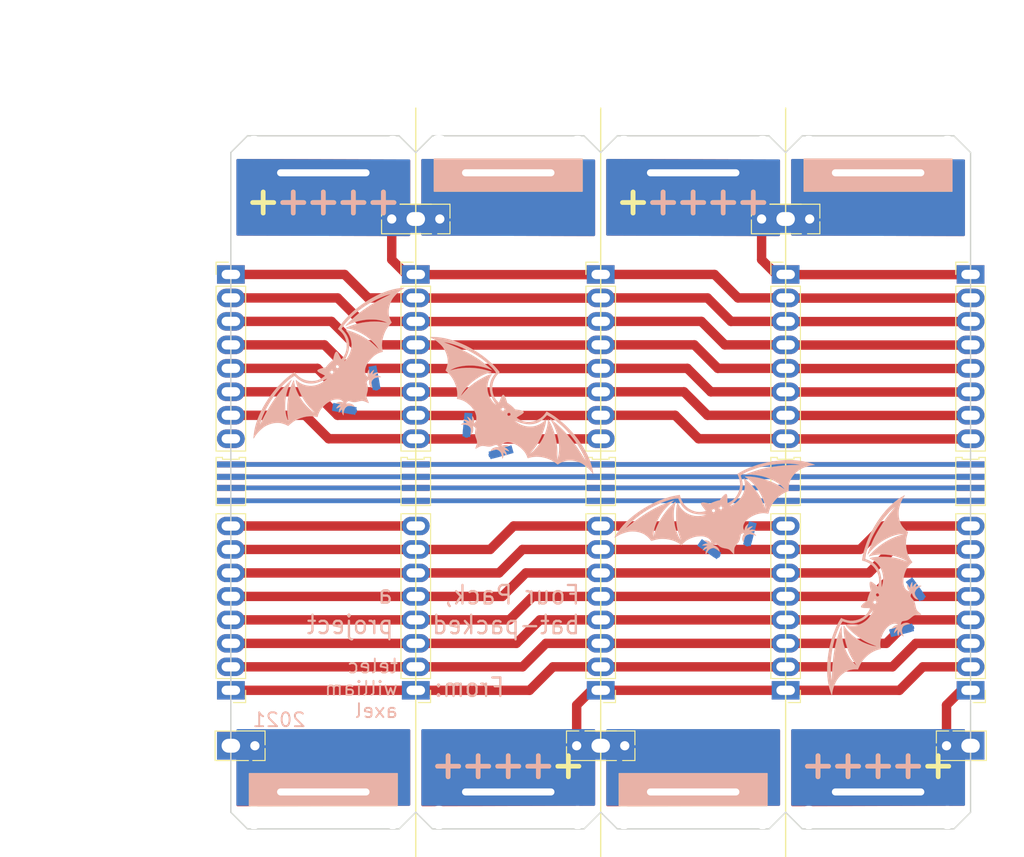
<source format=kicad_pcb>
(kicad_pcb (version 20171130) (host pcbnew "(5.1.5)-3")
  (layers (0 F.Cu signal) (31 B.Cu signal) (34 B.Paste user) (35 F.Paste user) (36 B.SilkS user) (37 F.SilkS user) (38 B.Mask user) (39 F.Mask user) (44 Edge.Cuts user))
  (net 0 "")
  (net 1 "Net-(BT1-Pad2)")
  (net 2 "Net-(BT1-Pad1)")
  (net 3 "Net-(J3-Pad7)")
  (net 4 "Net-(J3-Pad8)")
  (net 5 "Net-(J5-Pad8)")
  (net 6 "Net-(BT2-Pad1)")
  (net 7 "Net-(BT3-Pad1)")
  (net 8 "Net-(BT4-Pad1)")
  (net 9 "Net-(J10-Pad8)")
  (net 10 "Net-(J10-Pad7)")
  (net 11 "Net-(J10-Pad6)")
  (net 12 "Net-(J10-Pad5)")
  (net 13 "Net-(J10-Pad4)")
  (net 14 "Net-(J10-Pad3)")
  (net 15 "Net-(J11-Pad7)")
  (net 16 "Net-(J11-Pad6)")
  (net 17 "Net-(J11-Pad5)")
  (net 18 "Net-(J11-Pad4)")
  (net 19 "Net-(J11-Pad3)")
  (net 20 "Net-(J11-Pad2)")
  (net 21 "Net-(J11-Pad8)")
  (net 22 "Net-(J16-Pad2)")
  (net 23 "Net-(J16-Pad3)")
  (net 24 "Net-(J16-Pad7)")
  (net 25 "Net-(J16-Pad5)")
  (net 26 "Net-(J16-Pad6)")
  (net 27 "Net-(J16-Pad1)")
  (net 28 "Net-(J16-Pad8)")
  (net 29 "Net-(J16-Pad4)")
  (module logo:batpacked-24 (layer B.Cu) (at 24 41 225)
    (fp_text reference LOGO4 hide)
    (fp_text value Logo_Open_Hardware_Small hide)
    (fp_poly (pts (xy -2.733522 -1.362063) (xy -2.704739 -1.395889) (xy -2.671493 -1.441485) (xy -2.639734 -1.490031) (xy -2.61541 -1.532706) (xy -2.604472 -1.56069) (xy -2.605389 -1.566033) (xy -2.60042 -1.583549) (xy -2.576042 -1.617478) (xy -2.546004 -1.651367) (xy -2.503142 -1.699747) (xy -2.456589 -1.757814) (xy -2.410051 -1.820125) (xy -2.367237 -1.881235) (xy -2.331851 -1.935697) (xy -2.307602 -1.978067) (xy -2.298195 -2.0029) (xy -2.304432 -2.006241) (xy -2.401614 -1.967245) (xy -2.481654 -1.943194) (xy -2.557795 -1.931602) (xy -2.643282 -1.929978) (xy -2.697655 -1.932351) (xy -2.793847 -1.940537) (xy -2.875241 -1.952681) (xy -2.936255 -1.967545) (xy -2.971304 -1.983895) (xy -2.977545 -1.9943) (xy -2.961955 -2.004772) (xy -2.921183 -2.021824) (xy -2.86361 -2.042) (xy -2.855566 -2.044596) (xy -2.773857 -2.073028) (xy -2.692766 -2.105236) (xy -2.617939 -2.138452) (xy -2.555022 -2.169903) (xy -2.509661 -2.196821) (xy -2.487501 -2.216434) (xy -2.489038 -2.224455) (xy -2.518816 -2.233015) (xy -2.571154 -2.24204) (xy -2.6231 -2.24833) (xy -2.738659 -2.268202) (xy -2.835252 -2.305967) (xy -2.926783 -2.367389) (xy -2.943449 -2.381112) (xy -3.022899 -2.448105) (xy -3.238915 -2.134046) (xy -3.301718 -2.042128) (xy -3.356757 -1.960402) (xy -3.401264 -1.893073) (xy -3.432475 -1.844346) (xy -3.447625 -1.818424) (xy -3.448534 -1.815349) (xy -3.432284 -1.804034) (xy -3.393772 -1.777368) (xy -3.339572 -1.739902) (xy -3.302 -1.713952) (xy -3.155878 -1.613255) (xy -3.036209 -1.531247) (xy -2.940787 -1.466464) (xy -2.867406 -1.417442) (xy -2.813862 -1.382716) (xy -2.777947 -1.360824) (xy -2.757458 -1.3503) (xy -2.751893 -1.348828) (xy -2.733522 -1.362063)) (layer B.Cu) (width 0.01))
    (fp_poly (pts (xy 2.740674 -1.426116) (xy 2.784934 -1.456165) (xy 2.849244 -1.500167) (xy 2.929228 -1.555124) (xy 3.020509 -1.618038) (xy 3.070647 -1.652668) (xy 3.185495 -1.733311) (xy 3.276392 -1.799835) (xy 3.341893 -1.851111) (xy 3.380552 -1.88601) (xy 3.391039 -1.903153) (xy 3.378407 -1.925216) (xy 3.349991 -1.969468) (xy 3.30939 -2.030678) (xy 3.260202 -2.103614) (xy 3.206026 -2.183047) (xy 3.15046 -2.263744) (xy 3.097104 -2.340474) (xy 3.049555 -2.408008) (xy 3.011413 -2.461113) (xy 2.986276 -2.494559) (xy 2.977931 -2.503647) (xy 2.960608 -2.493478) (xy 2.926809 -2.467301) (xy 2.907862 -2.451414) (xy 2.823173 -2.388854) (xy 2.734225 -2.346407) (xy 2.628879 -2.318979) (xy 2.570605 -2.309873) (xy 2.503676 -2.300461) (xy 2.451584 -2.292124) (xy 2.422867 -2.286264) (xy 2.419964 -2.285103) (xy 2.430019 -2.274409) (xy 2.465786 -2.253595) (xy 2.520561 -2.225825) (xy 2.587638 -2.194266) (xy 2.660313 -2.162083) (xy 2.73188 -2.132442) (xy 2.789318 -2.110726) (xy 2.850337 -2.087091) (xy 2.894725 -2.06602) (xy 2.915346 -2.051055) (xy 2.915685 -2.048002) (xy 2.886043 -2.028592) (xy 2.826596 -2.013126) (xy 2.742435 -2.002438) (xy 2.638651 -1.997365) (xy 2.605342 -1.997063) (xy 2.514143 -1.998787) (xy 2.445614 -2.005323) (xy 2.387517 -2.018535) (xy 2.331296 -2.03878) (xy 2.22839 -2.080594) (xy 2.333954 -1.929297) (xy 2.384887 -1.857178) (xy 2.435015 -1.787694) (xy 2.476914 -1.731074) (xy 2.494139 -1.70864) (xy 2.5255 -1.666767) (xy 2.545254 -1.636454) (xy 2.548759 -1.628057) (xy 2.558139 -1.609293) (xy 2.582928 -1.569978) (xy 2.618104 -1.518018) (xy 2.624494 -1.508869) (xy 2.66841 -1.451553) (xy 2.701913 -1.418723) (xy 2.720838 -1.413017) (xy 2.740674 -1.426116)) (layer B.Cu) (width 0.01))
    (fp_poly (pts (xy -2.548758 -2.488558) (xy -2.60131 -2.526144) (xy -2.641794 -2.559153) (xy -2.693391 -2.606579) (xy -2.735199 -2.648209) (xy -2.777084 -2.690729) (xy -2.808566 -2.72085) (xy -2.822786 -2.732025) (xy -2.83513 -2.718443) (xy -2.861502 -2.683464) (xy -2.896203 -2.634648) (xy -2.896371 -2.634407) (xy -2.92909 -2.584635) (xy -2.950401 -2.54697) (xy -2.955738 -2.529488) (xy -2.955692 -2.529439) (xy -2.931686 -2.520443) (xy -2.882427 -2.510597) (xy -2.817632 -2.501194) (xy -2.747015 -2.493528) (xy -2.680292 -2.488891) (xy -2.645103 -2.488105) (xy -2.548758 -2.488558)) (layer B.Cu) (width 0.01))
    (fp_poly (pts (xy 2.594721 -2.546277) (xy 2.660064 -2.551774) (xy 2.703963 -2.556359) (xy 2.778112 -2.564427) (xy 2.839574 -2.570742) (xy 2.879709 -2.574435) (xy 2.889655 -2.575034) (xy 2.907077 -2.58854) (xy 2.907862 -2.594055) (xy 2.898866 -2.616431) (xy 2.875991 -2.655624) (xy 2.845405 -2.702582) (xy 2.813278 -2.748255) (xy 2.78578 -2.78359) (xy 2.76908 -2.799537) (xy 2.767724 -2.799659) (xy 2.752474 -2.786786) (xy 2.718573 -2.754342) (xy 2.671766 -2.7079) (xy 2.639648 -2.675402) (xy 2.589687 -2.62294) (xy 2.551751 -2.580098) (xy 2.530752 -2.552601) (xy 2.528405 -2.545757) (xy 2.548172 -2.54411) (xy 2.594721 -2.546277)) (layer B.Cu) (width 0.01))
    (fp_poly (pts (xy -2.060413 -2.649135) (xy -1.974079 -2.660657) (xy -1.939467 -2.670279) (xy -1.878879 -2.696994) (xy -1.818388 -2.731043) (xy -1.812083 -2.7352) (xy -1.781165 -2.76397) (xy -1.737637 -2.814928) (xy -1.685557 -2.882169) (xy -1.628985 -2.959788) (xy -1.57198 -3.041881) (xy -1.518603 -3.122542) (xy -1.472911 -3.195868) (xy -1.438966 -3.255953) (xy -1.420826 -3.296892) (xy -1.418896 -3.307111) (xy -1.408016 -3.339158) (xy -1.390172 -3.345793) (xy -1.354417 -3.360937) (xy -1.325468 -3.397395) (xy -1.31435 -3.43812) (xy -1.327636 -3.465147) (xy -1.362708 -3.501191) (xy -1.393948 -3.525635) (xy -1.440173 -3.56079) (xy -1.462387 -3.587412) (xy -1.466777 -3.614729) (xy -1.464393 -3.63069) (xy -1.462345 -3.658043) (xy -1.472363 -3.682206) (xy -1.49989 -3.710353) (xy -1.550366 -3.749661) (xy -1.559978 -3.756761) (xy -1.635952 -3.809606) (xy -1.690935 -3.839914) (xy -1.729181 -3.849439) (xy -1.754945 -3.839937) (xy -1.756991 -3.838016) (xy -1.784362 -3.821381) (xy -1.818546 -3.825425) (xy -1.866808 -3.851905) (xy -1.894642 -3.87131) (xy -1.943129 -3.905309) (xy -1.973234 -3.91976) (xy -1.994823 -3.915841) (xy -2.01776 -3.89473) (xy -2.024905 -3.886855) (xy -2.049982 -3.846239) (xy -2.058276 -3.812407) (xy -2.073256 -3.775344) (xy -2.095109 -3.758785) (xy -2.112344 -3.741524) (xy -2.146042 -3.699708) (xy -2.193052 -3.637808) (xy -2.250218 -3.560294) (xy -2.314387 -3.471638) (xy -2.382405 -3.376309) (xy -2.451117 -3.278778) (xy -2.517369 -3.183518) (xy -2.578007 -3.094997) (xy -2.629878 -3.017687) (xy -2.669827 -2.956059) (xy -2.6947 -2.914584) (xy -2.701605 -2.899103) (xy -2.688705 -2.879261) (xy -2.651717 -2.84787) (xy -2.597701 -2.809418) (xy -2.533719 -2.768393) (xy -2.466832 -2.729282) (xy -2.404099 -2.696573) (xy -2.352583 -2.674755) (xy -2.34461 -2.6722) (xy -2.259206 -2.65497) (xy -2.159964 -2.647261) (xy -2.060413 -2.649135)) (layer B.Cu) (width 0.01))
    (fp_poly (pts (xy 2.179997 -2.708148) (xy 2.323991 -2.747361) (xy 2.47102 -2.818697) (xy 2.617472 -2.920488) (xy 2.666045 -2.95939) (xy 2.370919 -3.388439) (xy 2.273503 -3.52855) (xy 2.192467 -3.641868) (xy 2.128305 -3.727744) (xy 2.081507 -3.78553) (xy 2.052564 -3.814578) (xy 2.045138 -3.818123) (xy 2.017893 -3.824983) (xy 2.012247 -3.831897) (xy 2.008774 -3.858379) (xy 2.005896 -3.884133) (xy 1.989281 -3.934757) (xy 1.956981 -3.968115) (xy 1.929131 -3.975633) (xy 1.89921 -3.965533) (xy 1.854042 -3.940576) (xy 1.825074 -3.92136) (xy 1.780272 -3.890999) (xy 1.753171 -3.879337) (xy 1.73336 -3.884168) (xy 1.715973 -3.898235) (xy 1.695631 -3.913768) (xy 1.675225 -3.916555) (xy 1.645223 -3.90464) (xy 1.596096 -3.876068) (xy 1.590072 -3.872406) (xy 1.512346 -3.82344) (xy 1.46085 -3.785703) (xy 1.430771 -3.75418) (xy 1.417298 -3.723857) (xy 1.415567 -3.6905) (xy 1.413819 -3.654867) (xy 1.398049 -3.627574) (xy 1.360991 -3.598447) (xy 1.340235 -3.585047) (xy 1.295816 -3.551906) (xy 1.267417 -3.520813) (xy 1.261799 -3.506219) (xy 1.277902 -3.459154) (xy 1.316551 -3.420585) (xy 1.33569 -3.410947) (xy 1.361665 -3.386329) (xy 1.366345 -3.36784) (xy 1.369909 -3.349209) (xy 1.382054 -3.321387) (xy 1.404963 -3.280837) (xy 1.440815 -3.224024) (xy 1.491794 -3.14741) (xy 1.560079 -3.04746) (xy 1.596488 -2.994716) (xy 1.676083 -2.889118) (xy 1.746763 -2.815606) (xy 1.785394 -2.786329) (xy 1.90878 -2.727322) (xy 2.040954 -2.701365) (xy 2.179997 -2.708148)) (layer B.Cu) (width 0.01))
  )
  (module logo:batpacked-24 (layer B.Cu) (at 82.8 65.4 250)
    (fp_text reference LOGO3 hide)
    (fp_text value Logo_Open_Hardware_Small hide)
    (fp_poly (pts (xy -2.733522 -1.362063) (xy -2.704739 -1.395889) (xy -2.671493 -1.441485) (xy -2.639734 -1.490031) (xy -2.61541 -1.532706) (xy -2.604472 -1.56069) (xy -2.605389 -1.566033) (xy -2.60042 -1.583549) (xy -2.576042 -1.617478) (xy -2.546004 -1.651367) (xy -2.503142 -1.699747) (xy -2.456589 -1.757814) (xy -2.410051 -1.820125) (xy -2.367237 -1.881235) (xy -2.331851 -1.935697) (xy -2.307602 -1.978067) (xy -2.298195 -2.0029) (xy -2.304432 -2.006241) (xy -2.401614 -1.967245) (xy -2.481654 -1.943194) (xy -2.557795 -1.931602) (xy -2.643282 -1.929978) (xy -2.697655 -1.932351) (xy -2.793847 -1.940537) (xy -2.875241 -1.952681) (xy -2.936255 -1.967545) (xy -2.971304 -1.983895) (xy -2.977545 -1.9943) (xy -2.961955 -2.004772) (xy -2.921183 -2.021824) (xy -2.86361 -2.042) (xy -2.855566 -2.044596) (xy -2.773857 -2.073028) (xy -2.692766 -2.105236) (xy -2.617939 -2.138452) (xy -2.555022 -2.169903) (xy -2.509661 -2.196821) (xy -2.487501 -2.216434) (xy -2.489038 -2.224455) (xy -2.518816 -2.233015) (xy -2.571154 -2.24204) (xy -2.6231 -2.24833) (xy -2.738659 -2.268202) (xy -2.835252 -2.305967) (xy -2.926783 -2.367389) (xy -2.943449 -2.381112) (xy -3.022899 -2.448105) (xy -3.238915 -2.134046) (xy -3.301718 -2.042128) (xy -3.356757 -1.960402) (xy -3.401264 -1.893073) (xy -3.432475 -1.844346) (xy -3.447625 -1.818424) (xy -3.448534 -1.815349) (xy -3.432284 -1.804034) (xy -3.393772 -1.777368) (xy -3.339572 -1.739902) (xy -3.302 -1.713952) (xy -3.155878 -1.613255) (xy -3.036209 -1.531247) (xy -2.940787 -1.466464) (xy -2.867406 -1.417442) (xy -2.813862 -1.382716) (xy -2.777947 -1.360824) (xy -2.757458 -1.3503) (xy -2.751893 -1.348828) (xy -2.733522 -1.362063)) (layer B.Cu) (width 0.01))
    (fp_poly (pts (xy 2.740674 -1.426116) (xy 2.784934 -1.456165) (xy 2.849244 -1.500167) (xy 2.929228 -1.555124) (xy 3.020509 -1.618038) (xy 3.070647 -1.652668) (xy 3.185495 -1.733311) (xy 3.276392 -1.799835) (xy 3.341893 -1.851111) (xy 3.380552 -1.88601) (xy 3.391039 -1.903153) (xy 3.378407 -1.925216) (xy 3.349991 -1.969468) (xy 3.30939 -2.030678) (xy 3.260202 -2.103614) (xy 3.206026 -2.183047) (xy 3.15046 -2.263744) (xy 3.097104 -2.340474) (xy 3.049555 -2.408008) (xy 3.011413 -2.461113) (xy 2.986276 -2.494559) (xy 2.977931 -2.503647) (xy 2.960608 -2.493478) (xy 2.926809 -2.467301) (xy 2.907862 -2.451414) (xy 2.823173 -2.388854) (xy 2.734225 -2.346407) (xy 2.628879 -2.318979) (xy 2.570605 -2.309873) (xy 2.503676 -2.300461) (xy 2.451584 -2.292124) (xy 2.422867 -2.286264) (xy 2.419964 -2.285103) (xy 2.430019 -2.274409) (xy 2.465786 -2.253595) (xy 2.520561 -2.225825) (xy 2.587638 -2.194266) (xy 2.660313 -2.162083) (xy 2.73188 -2.132442) (xy 2.789318 -2.110726) (xy 2.850337 -2.087091) (xy 2.894725 -2.06602) (xy 2.915346 -2.051055) (xy 2.915685 -2.048002) (xy 2.886043 -2.028592) (xy 2.826596 -2.013126) (xy 2.742435 -2.002438) (xy 2.638651 -1.997365) (xy 2.605342 -1.997063) (xy 2.514143 -1.998787) (xy 2.445614 -2.005323) (xy 2.387517 -2.018535) (xy 2.331296 -2.03878) (xy 2.22839 -2.080594) (xy 2.333954 -1.929297) (xy 2.384887 -1.857178) (xy 2.435015 -1.787694) (xy 2.476914 -1.731074) (xy 2.494139 -1.70864) (xy 2.5255 -1.666767) (xy 2.545254 -1.636454) (xy 2.548759 -1.628057) (xy 2.558139 -1.609293) (xy 2.582928 -1.569978) (xy 2.618104 -1.518018) (xy 2.624494 -1.508869) (xy 2.66841 -1.451553) (xy 2.701913 -1.418723) (xy 2.720838 -1.413017) (xy 2.740674 -1.426116)) (layer B.Cu) (width 0.01))
    (fp_poly (pts (xy -2.548758 -2.488558) (xy -2.60131 -2.526144) (xy -2.641794 -2.559153) (xy -2.693391 -2.606579) (xy -2.735199 -2.648209) (xy -2.777084 -2.690729) (xy -2.808566 -2.72085) (xy -2.822786 -2.732025) (xy -2.83513 -2.718443) (xy -2.861502 -2.683464) (xy -2.896203 -2.634648) (xy -2.896371 -2.634407) (xy -2.92909 -2.584635) (xy -2.950401 -2.54697) (xy -2.955738 -2.529488) (xy -2.955692 -2.529439) (xy -2.931686 -2.520443) (xy -2.882427 -2.510597) (xy -2.817632 -2.501194) (xy -2.747015 -2.493528) (xy -2.680292 -2.488891) (xy -2.645103 -2.488105) (xy -2.548758 -2.488558)) (layer B.Cu) (width 0.01))
    (fp_poly (pts (xy 2.594721 -2.546277) (xy 2.660064 -2.551774) (xy 2.703963 -2.556359) (xy 2.778112 -2.564427) (xy 2.839574 -2.570742) (xy 2.879709 -2.574435) (xy 2.889655 -2.575034) (xy 2.907077 -2.58854) (xy 2.907862 -2.594055) (xy 2.898866 -2.616431) (xy 2.875991 -2.655624) (xy 2.845405 -2.702582) (xy 2.813278 -2.748255) (xy 2.78578 -2.78359) (xy 2.76908 -2.799537) (xy 2.767724 -2.799659) (xy 2.752474 -2.786786) (xy 2.718573 -2.754342) (xy 2.671766 -2.7079) (xy 2.639648 -2.675402) (xy 2.589687 -2.62294) (xy 2.551751 -2.580098) (xy 2.530752 -2.552601) (xy 2.528405 -2.545757) (xy 2.548172 -2.54411) (xy 2.594721 -2.546277)) (layer B.Cu) (width 0.01))
    (fp_poly (pts (xy -2.060413 -2.649135) (xy -1.974079 -2.660657) (xy -1.939467 -2.670279) (xy -1.878879 -2.696994) (xy -1.818388 -2.731043) (xy -1.812083 -2.7352) (xy -1.781165 -2.76397) (xy -1.737637 -2.814928) (xy -1.685557 -2.882169) (xy -1.628985 -2.959788) (xy -1.57198 -3.041881) (xy -1.518603 -3.122542) (xy -1.472911 -3.195868) (xy -1.438966 -3.255953) (xy -1.420826 -3.296892) (xy -1.418896 -3.307111) (xy -1.408016 -3.339158) (xy -1.390172 -3.345793) (xy -1.354417 -3.360937) (xy -1.325468 -3.397395) (xy -1.31435 -3.43812) (xy -1.327636 -3.465147) (xy -1.362708 -3.501191) (xy -1.393948 -3.525635) (xy -1.440173 -3.56079) (xy -1.462387 -3.587412) (xy -1.466777 -3.614729) (xy -1.464393 -3.63069) (xy -1.462345 -3.658043) (xy -1.472363 -3.682206) (xy -1.49989 -3.710353) (xy -1.550366 -3.749661) (xy -1.559978 -3.756761) (xy -1.635952 -3.809606) (xy -1.690935 -3.839914) (xy -1.729181 -3.849439) (xy -1.754945 -3.839937) (xy -1.756991 -3.838016) (xy -1.784362 -3.821381) (xy -1.818546 -3.825425) (xy -1.866808 -3.851905) (xy -1.894642 -3.87131) (xy -1.943129 -3.905309) (xy -1.973234 -3.91976) (xy -1.994823 -3.915841) (xy -2.01776 -3.89473) (xy -2.024905 -3.886855) (xy -2.049982 -3.846239) (xy -2.058276 -3.812407) (xy -2.073256 -3.775344) (xy -2.095109 -3.758785) (xy -2.112344 -3.741524) (xy -2.146042 -3.699708) (xy -2.193052 -3.637808) (xy -2.250218 -3.560294) (xy -2.314387 -3.471638) (xy -2.382405 -3.376309) (xy -2.451117 -3.278778) (xy -2.517369 -3.183518) (xy -2.578007 -3.094997) (xy -2.629878 -3.017687) (xy -2.669827 -2.956059) (xy -2.6947 -2.914584) (xy -2.701605 -2.899103) (xy -2.688705 -2.879261) (xy -2.651717 -2.84787) (xy -2.597701 -2.809418) (xy -2.533719 -2.768393) (xy -2.466832 -2.729282) (xy -2.404099 -2.696573) (xy -2.352583 -2.674755) (xy -2.34461 -2.6722) (xy -2.259206 -2.65497) (xy -2.159964 -2.647261) (xy -2.060413 -2.649135)) (layer B.Cu) (width 0.01))
    (fp_poly (pts (xy 2.179997 -2.708148) (xy 2.323991 -2.747361) (xy 2.47102 -2.818697) (xy 2.617472 -2.920488) (xy 2.666045 -2.95939) (xy 2.370919 -3.388439) (xy 2.273503 -3.52855) (xy 2.192467 -3.641868) (xy 2.128305 -3.727744) (xy 2.081507 -3.78553) (xy 2.052564 -3.814578) (xy 2.045138 -3.818123) (xy 2.017893 -3.824983) (xy 2.012247 -3.831897) (xy 2.008774 -3.858379) (xy 2.005896 -3.884133) (xy 1.989281 -3.934757) (xy 1.956981 -3.968115) (xy 1.929131 -3.975633) (xy 1.89921 -3.965533) (xy 1.854042 -3.940576) (xy 1.825074 -3.92136) (xy 1.780272 -3.890999) (xy 1.753171 -3.879337) (xy 1.73336 -3.884168) (xy 1.715973 -3.898235) (xy 1.695631 -3.913768) (xy 1.675225 -3.916555) (xy 1.645223 -3.90464) (xy 1.596096 -3.876068) (xy 1.590072 -3.872406) (xy 1.512346 -3.82344) (xy 1.46085 -3.785703) (xy 1.430771 -3.75418) (xy 1.417298 -3.723857) (xy 1.415567 -3.6905) (xy 1.413819 -3.654867) (xy 1.398049 -3.627574) (xy 1.360991 -3.598447) (xy 1.340235 -3.585047) (xy 1.295816 -3.551906) (xy 1.267417 -3.520813) (xy 1.261799 -3.506219) (xy 1.277902 -3.459154) (xy 1.316551 -3.420585) (xy 1.33569 -3.410947) (xy 1.361665 -3.386329) (xy 1.366345 -3.36784) (xy 1.369909 -3.349209) (xy 1.382054 -3.321387) (xy 1.404963 -3.280837) (xy 1.440815 -3.224024) (xy 1.491794 -3.14741) (xy 1.560079 -3.04746) (xy 1.596488 -2.994716) (xy 1.676083 -2.889118) (xy 1.746763 -2.815606) (xy 1.785394 -2.786329) (xy 1.90878 -2.727322) (xy 2.040954 -2.701365) (xy 2.179997 -2.708148)) (layer B.Cu) (width 0.01))
  )
  (module logo:batpacked-24 (layer B.Cu) (at 65 56.4 200)
    (fp_text reference LOGO2 hide)
    (fp_text value Logo_Open_Hardware_Small hide)
    (fp_poly (pts (xy -2.733522 -1.362063) (xy -2.704739 -1.395889) (xy -2.671493 -1.441485) (xy -2.639734 -1.490031) (xy -2.61541 -1.532706) (xy -2.604472 -1.56069) (xy -2.605389 -1.566033) (xy -2.60042 -1.583549) (xy -2.576042 -1.617478) (xy -2.546004 -1.651367) (xy -2.503142 -1.699747) (xy -2.456589 -1.757814) (xy -2.410051 -1.820125) (xy -2.367237 -1.881235) (xy -2.331851 -1.935697) (xy -2.307602 -1.978067) (xy -2.298195 -2.0029) (xy -2.304432 -2.006241) (xy -2.401614 -1.967245) (xy -2.481654 -1.943194) (xy -2.557795 -1.931602) (xy -2.643282 -1.929978) (xy -2.697655 -1.932351) (xy -2.793847 -1.940537) (xy -2.875241 -1.952681) (xy -2.936255 -1.967545) (xy -2.971304 -1.983895) (xy -2.977545 -1.9943) (xy -2.961955 -2.004772) (xy -2.921183 -2.021824) (xy -2.86361 -2.042) (xy -2.855566 -2.044596) (xy -2.773857 -2.073028) (xy -2.692766 -2.105236) (xy -2.617939 -2.138452) (xy -2.555022 -2.169903) (xy -2.509661 -2.196821) (xy -2.487501 -2.216434) (xy -2.489038 -2.224455) (xy -2.518816 -2.233015) (xy -2.571154 -2.24204) (xy -2.6231 -2.24833) (xy -2.738659 -2.268202) (xy -2.835252 -2.305967) (xy -2.926783 -2.367389) (xy -2.943449 -2.381112) (xy -3.022899 -2.448105) (xy -3.238915 -2.134046) (xy -3.301718 -2.042128) (xy -3.356757 -1.960402) (xy -3.401264 -1.893073) (xy -3.432475 -1.844346) (xy -3.447625 -1.818424) (xy -3.448534 -1.815349) (xy -3.432284 -1.804034) (xy -3.393772 -1.777368) (xy -3.339572 -1.739902) (xy -3.302 -1.713952) (xy -3.155878 -1.613255) (xy -3.036209 -1.531247) (xy -2.940787 -1.466464) (xy -2.867406 -1.417442) (xy -2.813862 -1.382716) (xy -2.777947 -1.360824) (xy -2.757458 -1.3503) (xy -2.751893 -1.348828) (xy -2.733522 -1.362063)) (layer B.Cu) (width 0.01))
    (fp_poly (pts (xy 2.740674 -1.426116) (xy 2.784934 -1.456165) (xy 2.849244 -1.500167) (xy 2.929228 -1.555124) (xy 3.020509 -1.618038) (xy 3.070647 -1.652668) (xy 3.185495 -1.733311) (xy 3.276392 -1.799835) (xy 3.341893 -1.851111) (xy 3.380552 -1.88601) (xy 3.391039 -1.903153) (xy 3.378407 -1.925216) (xy 3.349991 -1.969468) (xy 3.30939 -2.030678) (xy 3.260202 -2.103614) (xy 3.206026 -2.183047) (xy 3.15046 -2.263744) (xy 3.097104 -2.340474) (xy 3.049555 -2.408008) (xy 3.011413 -2.461113) (xy 2.986276 -2.494559) (xy 2.977931 -2.503647) (xy 2.960608 -2.493478) (xy 2.926809 -2.467301) (xy 2.907862 -2.451414) (xy 2.823173 -2.388854) (xy 2.734225 -2.346407) (xy 2.628879 -2.318979) (xy 2.570605 -2.309873) (xy 2.503676 -2.300461) (xy 2.451584 -2.292124) (xy 2.422867 -2.286264) (xy 2.419964 -2.285103) (xy 2.430019 -2.274409) (xy 2.465786 -2.253595) (xy 2.520561 -2.225825) (xy 2.587638 -2.194266) (xy 2.660313 -2.162083) (xy 2.73188 -2.132442) (xy 2.789318 -2.110726) (xy 2.850337 -2.087091) (xy 2.894725 -2.06602) (xy 2.915346 -2.051055) (xy 2.915685 -2.048002) (xy 2.886043 -2.028592) (xy 2.826596 -2.013126) (xy 2.742435 -2.002438) (xy 2.638651 -1.997365) (xy 2.605342 -1.997063) (xy 2.514143 -1.998787) (xy 2.445614 -2.005323) (xy 2.387517 -2.018535) (xy 2.331296 -2.03878) (xy 2.22839 -2.080594) (xy 2.333954 -1.929297) (xy 2.384887 -1.857178) (xy 2.435015 -1.787694) (xy 2.476914 -1.731074) (xy 2.494139 -1.70864) (xy 2.5255 -1.666767) (xy 2.545254 -1.636454) (xy 2.548759 -1.628057) (xy 2.558139 -1.609293) (xy 2.582928 -1.569978) (xy 2.618104 -1.518018) (xy 2.624494 -1.508869) (xy 2.66841 -1.451553) (xy 2.701913 -1.418723) (xy 2.720838 -1.413017) (xy 2.740674 -1.426116)) (layer B.Cu) (width 0.01))
    (fp_poly (pts (xy -2.548758 -2.488558) (xy -2.60131 -2.526144) (xy -2.641794 -2.559153) (xy -2.693391 -2.606579) (xy -2.735199 -2.648209) (xy -2.777084 -2.690729) (xy -2.808566 -2.72085) (xy -2.822786 -2.732025) (xy -2.83513 -2.718443) (xy -2.861502 -2.683464) (xy -2.896203 -2.634648) (xy -2.896371 -2.634407) (xy -2.92909 -2.584635) (xy -2.950401 -2.54697) (xy -2.955738 -2.529488) (xy -2.955692 -2.529439) (xy -2.931686 -2.520443) (xy -2.882427 -2.510597) (xy -2.817632 -2.501194) (xy -2.747015 -2.493528) (xy -2.680292 -2.488891) (xy -2.645103 -2.488105) (xy -2.548758 -2.488558)) (layer B.Cu) (width 0.01))
    (fp_poly (pts (xy 2.594721 -2.546277) (xy 2.660064 -2.551774) (xy 2.703963 -2.556359) (xy 2.778112 -2.564427) (xy 2.839574 -2.570742) (xy 2.879709 -2.574435) (xy 2.889655 -2.575034) (xy 2.907077 -2.58854) (xy 2.907862 -2.594055) (xy 2.898866 -2.616431) (xy 2.875991 -2.655624) (xy 2.845405 -2.702582) (xy 2.813278 -2.748255) (xy 2.78578 -2.78359) (xy 2.76908 -2.799537) (xy 2.767724 -2.799659) (xy 2.752474 -2.786786) (xy 2.718573 -2.754342) (xy 2.671766 -2.7079) (xy 2.639648 -2.675402) (xy 2.589687 -2.62294) (xy 2.551751 -2.580098) (xy 2.530752 -2.552601) (xy 2.528405 -2.545757) (xy 2.548172 -2.54411) (xy 2.594721 -2.546277)) (layer B.Cu) (width 0.01))
    (fp_poly (pts (xy -2.060413 -2.649135) (xy -1.974079 -2.660657) (xy -1.939467 -2.670279) (xy -1.878879 -2.696994) (xy -1.818388 -2.731043) (xy -1.812083 -2.7352) (xy -1.781165 -2.76397) (xy -1.737637 -2.814928) (xy -1.685557 -2.882169) (xy -1.628985 -2.959788) (xy -1.57198 -3.041881) (xy -1.518603 -3.122542) (xy -1.472911 -3.195868) (xy -1.438966 -3.255953) (xy -1.420826 -3.296892) (xy -1.418896 -3.307111) (xy -1.408016 -3.339158) (xy -1.390172 -3.345793) (xy -1.354417 -3.360937) (xy -1.325468 -3.397395) (xy -1.31435 -3.43812) (xy -1.327636 -3.465147) (xy -1.362708 -3.501191) (xy -1.393948 -3.525635) (xy -1.440173 -3.56079) (xy -1.462387 -3.587412) (xy -1.466777 -3.614729) (xy -1.464393 -3.63069) (xy -1.462345 -3.658043) (xy -1.472363 -3.682206) (xy -1.49989 -3.710353) (xy -1.550366 -3.749661) (xy -1.559978 -3.756761) (xy -1.635952 -3.809606) (xy -1.690935 -3.839914) (xy -1.729181 -3.849439) (xy -1.754945 -3.839937) (xy -1.756991 -3.838016) (xy -1.784362 -3.821381) (xy -1.818546 -3.825425) (xy -1.866808 -3.851905) (xy -1.894642 -3.87131) (xy -1.943129 -3.905309) (xy -1.973234 -3.91976) (xy -1.994823 -3.915841) (xy -2.01776 -3.89473) (xy -2.024905 -3.886855) (xy -2.049982 -3.846239) (xy -2.058276 -3.812407) (xy -2.073256 -3.775344) (xy -2.095109 -3.758785) (xy -2.112344 -3.741524) (xy -2.146042 -3.699708) (xy -2.193052 -3.637808) (xy -2.250218 -3.560294) (xy -2.314387 -3.471638) (xy -2.382405 -3.376309) (xy -2.451117 -3.278778) (xy -2.517369 -3.183518) (xy -2.578007 -3.094997) (xy -2.629878 -3.017687) (xy -2.669827 -2.956059) (xy -2.6947 -2.914584) (xy -2.701605 -2.899103) (xy -2.688705 -2.879261) (xy -2.651717 -2.84787) (xy -2.597701 -2.809418) (xy -2.533719 -2.768393) (xy -2.466832 -2.729282) (xy -2.404099 -2.696573) (xy -2.352583 -2.674755) (xy -2.34461 -2.6722) (xy -2.259206 -2.65497) (xy -2.159964 -2.647261) (xy -2.060413 -2.649135)) (layer B.Cu) (width 0.01))
    (fp_poly (pts (xy 2.179997 -2.708148) (xy 2.323991 -2.747361) (xy 2.47102 -2.818697) (xy 2.617472 -2.920488) (xy 2.666045 -2.95939) (xy 2.370919 -3.388439) (xy 2.273503 -3.52855) (xy 2.192467 -3.641868) (xy 2.128305 -3.727744) (xy 2.081507 -3.78553) (xy 2.052564 -3.814578) (xy 2.045138 -3.818123) (xy 2.017893 -3.824983) (xy 2.012247 -3.831897) (xy 2.008774 -3.858379) (xy 2.005896 -3.884133) (xy 1.989281 -3.934757) (xy 1.956981 -3.968115) (xy 1.929131 -3.975633) (xy 1.89921 -3.965533) (xy 1.854042 -3.940576) (xy 1.825074 -3.92136) (xy 1.780272 -3.890999) (xy 1.753171 -3.879337) (xy 1.73336 -3.884168) (xy 1.715973 -3.898235) (xy 1.695631 -3.913768) (xy 1.675225 -3.916555) (xy 1.645223 -3.90464) (xy 1.596096 -3.876068) (xy 1.590072 -3.872406) (xy 1.512346 -3.82344) (xy 1.46085 -3.785703) (xy 1.430771 -3.75418) (xy 1.417298 -3.723857) (xy 1.415567 -3.6905) (xy 1.413819 -3.654867) (xy 1.398049 -3.627574) (xy 1.360991 -3.598447) (xy 1.340235 -3.585047) (xy 1.295816 -3.551906) (xy 1.267417 -3.520813) (xy 1.261799 -3.506219) (xy 1.277902 -3.459154) (xy 1.316551 -3.420585) (xy 1.33569 -3.410947) (xy 1.361665 -3.386329) (xy 1.366345 -3.36784) (xy 1.369909 -3.349209) (xy 1.382054 -3.321387) (xy 1.404963 -3.280837) (xy 1.440815 -3.224024) (xy 1.491794 -3.14741) (xy 1.560079 -3.04746) (xy 1.596488 -2.994716) (xy 1.676083 -2.889118) (xy 1.746763 -2.815606) (xy 1.785394 -2.786329) (xy 1.90878 -2.727322) (xy 2.040954 -2.701365) (xy 2.179997 -2.708148)) (layer B.Cu) (width 0.01))
  )
  (module logo:batpacked-24 (layer B.Cu) (at 41.1 45.7 140)
    (fp_text reference LOGO1 hide)
    (fp_text value Logo_Open_Hardware_Small hide)
    (fp_poly (pts (xy -2.733522 -1.362063) (xy -2.704739 -1.395889) (xy -2.671493 -1.441485) (xy -2.639734 -1.490031) (xy -2.61541 -1.532706) (xy -2.604472 -1.56069) (xy -2.605389 -1.566033) (xy -2.60042 -1.583549) (xy -2.576042 -1.617478) (xy -2.546004 -1.651367) (xy -2.503142 -1.699747) (xy -2.456589 -1.757814) (xy -2.410051 -1.820125) (xy -2.367237 -1.881235) (xy -2.331851 -1.935697) (xy -2.307602 -1.978067) (xy -2.298195 -2.0029) (xy -2.304432 -2.006241) (xy -2.401614 -1.967245) (xy -2.481654 -1.943194) (xy -2.557795 -1.931602) (xy -2.643282 -1.929978) (xy -2.697655 -1.932351) (xy -2.793847 -1.940537) (xy -2.875241 -1.952681) (xy -2.936255 -1.967545) (xy -2.971304 -1.983895) (xy -2.977545 -1.9943) (xy -2.961955 -2.004772) (xy -2.921183 -2.021824) (xy -2.86361 -2.042) (xy -2.855566 -2.044596) (xy -2.773857 -2.073028) (xy -2.692766 -2.105236) (xy -2.617939 -2.138452) (xy -2.555022 -2.169903) (xy -2.509661 -2.196821) (xy -2.487501 -2.216434) (xy -2.489038 -2.224455) (xy -2.518816 -2.233015) (xy -2.571154 -2.24204) (xy -2.6231 -2.24833) (xy -2.738659 -2.268202) (xy -2.835252 -2.305967) (xy -2.926783 -2.367389) (xy -2.943449 -2.381112) (xy -3.022899 -2.448105) (xy -3.238915 -2.134046) (xy -3.301718 -2.042128) (xy -3.356757 -1.960402) (xy -3.401264 -1.893073) (xy -3.432475 -1.844346) (xy -3.447625 -1.818424) (xy -3.448534 -1.815349) (xy -3.432284 -1.804034) (xy -3.393772 -1.777368) (xy -3.339572 -1.739902) (xy -3.302 -1.713952) (xy -3.155878 -1.613255) (xy -3.036209 -1.531247) (xy -2.940787 -1.466464) (xy -2.867406 -1.417442) (xy -2.813862 -1.382716) (xy -2.777947 -1.360824) (xy -2.757458 -1.3503) (xy -2.751893 -1.348828) (xy -2.733522 -1.362063)) (layer B.Cu) (width 0.01))
    (fp_poly (pts (xy 2.740674 -1.426116) (xy 2.784934 -1.456165) (xy 2.849244 -1.500167) (xy 2.929228 -1.555124) (xy 3.020509 -1.618038) (xy 3.070647 -1.652668) (xy 3.185495 -1.733311) (xy 3.276392 -1.799835) (xy 3.341893 -1.851111) (xy 3.380552 -1.88601) (xy 3.391039 -1.903153) (xy 3.378407 -1.925216) (xy 3.349991 -1.969468) (xy 3.30939 -2.030678) (xy 3.260202 -2.103614) (xy 3.206026 -2.183047) (xy 3.15046 -2.263744) (xy 3.097104 -2.340474) (xy 3.049555 -2.408008) (xy 3.011413 -2.461113) (xy 2.986276 -2.494559) (xy 2.977931 -2.503647) (xy 2.960608 -2.493478) (xy 2.926809 -2.467301) (xy 2.907862 -2.451414) (xy 2.823173 -2.388854) (xy 2.734225 -2.346407) (xy 2.628879 -2.318979) (xy 2.570605 -2.309873) (xy 2.503676 -2.300461) (xy 2.451584 -2.292124) (xy 2.422867 -2.286264) (xy 2.419964 -2.285103) (xy 2.430019 -2.274409) (xy 2.465786 -2.253595) (xy 2.520561 -2.225825) (xy 2.587638 -2.194266) (xy 2.660313 -2.162083) (xy 2.73188 -2.132442) (xy 2.789318 -2.110726) (xy 2.850337 -2.087091) (xy 2.894725 -2.06602) (xy 2.915346 -2.051055) (xy 2.915685 -2.048002) (xy 2.886043 -2.028592) (xy 2.826596 -2.013126) (xy 2.742435 -2.002438) (xy 2.638651 -1.997365) (xy 2.605342 -1.997063) (xy 2.514143 -1.998787) (xy 2.445614 -2.005323) (xy 2.387517 -2.018535) (xy 2.331296 -2.03878) (xy 2.22839 -2.080594) (xy 2.333954 -1.929297) (xy 2.384887 -1.857178) (xy 2.435015 -1.787694) (xy 2.476914 -1.731074) (xy 2.494139 -1.70864) (xy 2.5255 -1.666767) (xy 2.545254 -1.636454) (xy 2.548759 -1.628057) (xy 2.558139 -1.609293) (xy 2.582928 -1.569978) (xy 2.618104 -1.518018) (xy 2.624494 -1.508869) (xy 2.66841 -1.451553) (xy 2.701913 -1.418723) (xy 2.720838 -1.413017) (xy 2.740674 -1.426116)) (layer B.Cu) (width 0.01))
    (fp_poly (pts (xy -2.548758 -2.488558) (xy -2.60131 -2.526144) (xy -2.641794 -2.559153) (xy -2.693391 -2.606579) (xy -2.735199 -2.648209) (xy -2.777084 -2.690729) (xy -2.808566 -2.72085) (xy -2.822786 -2.732025) (xy -2.83513 -2.718443) (xy -2.861502 -2.683464) (xy -2.896203 -2.634648) (xy -2.896371 -2.634407) (xy -2.92909 -2.584635) (xy -2.950401 -2.54697) (xy -2.955738 -2.529488) (xy -2.955692 -2.529439) (xy -2.931686 -2.520443) (xy -2.882427 -2.510597) (xy -2.817632 -2.501194) (xy -2.747015 -2.493528) (xy -2.680292 -2.488891) (xy -2.645103 -2.488105) (xy -2.548758 -2.488558)) (layer B.Cu) (width 0.01))
    (fp_poly (pts (xy 2.594721 -2.546277) (xy 2.660064 -2.551774) (xy 2.703963 -2.556359) (xy 2.778112 -2.564427) (xy 2.839574 -2.570742) (xy 2.879709 -2.574435) (xy 2.889655 -2.575034) (xy 2.907077 -2.58854) (xy 2.907862 -2.594055) (xy 2.898866 -2.616431) (xy 2.875991 -2.655624) (xy 2.845405 -2.702582) (xy 2.813278 -2.748255) (xy 2.78578 -2.78359) (xy 2.76908 -2.799537) (xy 2.767724 -2.799659) (xy 2.752474 -2.786786) (xy 2.718573 -2.754342) (xy 2.671766 -2.7079) (xy 2.639648 -2.675402) (xy 2.589687 -2.62294) (xy 2.551751 -2.580098) (xy 2.530752 -2.552601) (xy 2.528405 -2.545757) (xy 2.548172 -2.54411) (xy 2.594721 -2.546277)) (layer B.Cu) (width 0.01))
    (fp_poly (pts (xy -2.060413 -2.649135) (xy -1.974079 -2.660657) (xy -1.939467 -2.670279) (xy -1.878879 -2.696994) (xy -1.818388 -2.731043) (xy -1.812083 -2.7352) (xy -1.781165 -2.76397) (xy -1.737637 -2.814928) (xy -1.685557 -2.882169) (xy -1.628985 -2.959788) (xy -1.57198 -3.041881) (xy -1.518603 -3.122542) (xy -1.472911 -3.195868) (xy -1.438966 -3.255953) (xy -1.420826 -3.296892) (xy -1.418896 -3.307111) (xy -1.408016 -3.339158) (xy -1.390172 -3.345793) (xy -1.354417 -3.360937) (xy -1.325468 -3.397395) (xy -1.31435 -3.43812) (xy -1.327636 -3.465147) (xy -1.362708 -3.501191) (xy -1.393948 -3.525635) (xy -1.440173 -3.56079) (xy -1.462387 -3.587412) (xy -1.466777 -3.614729) (xy -1.464393 -3.63069) (xy -1.462345 -3.658043) (xy -1.472363 -3.682206) (xy -1.49989 -3.710353) (xy -1.550366 -3.749661) (xy -1.559978 -3.756761) (xy -1.635952 -3.809606) (xy -1.690935 -3.839914) (xy -1.729181 -3.849439) (xy -1.754945 -3.839937) (xy -1.756991 -3.838016) (xy -1.784362 -3.821381) (xy -1.818546 -3.825425) (xy -1.866808 -3.851905) (xy -1.894642 -3.87131) (xy -1.943129 -3.905309) (xy -1.973234 -3.91976) (xy -1.994823 -3.915841) (xy -2.01776 -3.89473) (xy -2.024905 -3.886855) (xy -2.049982 -3.846239) (xy -2.058276 -3.812407) (xy -2.073256 -3.775344) (xy -2.095109 -3.758785) (xy -2.112344 -3.741524) (xy -2.146042 -3.699708) (xy -2.193052 -3.637808) (xy -2.250218 -3.560294) (xy -2.314387 -3.471638) (xy -2.382405 -3.376309) (xy -2.451117 -3.278778) (xy -2.517369 -3.183518) (xy -2.578007 -3.094997) (xy -2.629878 -3.017687) (xy -2.669827 -2.956059) (xy -2.6947 -2.914584) (xy -2.701605 -2.899103) (xy -2.688705 -2.879261) (xy -2.651717 -2.84787) (xy -2.597701 -2.809418) (xy -2.533719 -2.768393) (xy -2.466832 -2.729282) (xy -2.404099 -2.696573) (xy -2.352583 -2.674755) (xy -2.34461 -2.6722) (xy -2.259206 -2.65497) (xy -2.159964 -2.647261) (xy -2.060413 -2.649135)) (layer B.Cu) (width 0.01))
    (fp_poly (pts (xy 2.179997 -2.708148) (xy 2.323991 -2.747361) (xy 2.47102 -2.818697) (xy 2.617472 -2.920488) (xy 2.666045 -2.95939) (xy 2.370919 -3.388439) (xy 2.273503 -3.52855) (xy 2.192467 -3.641868) (xy 2.128305 -3.727744) (xy 2.081507 -3.78553) (xy 2.052564 -3.814578) (xy 2.045138 -3.818123) (xy 2.017893 -3.824983) (xy 2.012247 -3.831897) (xy 2.008774 -3.858379) (xy 2.005896 -3.884133) (xy 1.989281 -3.934757) (xy 1.956981 -3.968115) (xy 1.929131 -3.975633) (xy 1.89921 -3.965533) (xy 1.854042 -3.940576) (xy 1.825074 -3.92136) (xy 1.780272 -3.890999) (xy 1.753171 -3.879337) (xy 1.73336 -3.884168) (xy 1.715973 -3.898235) (xy 1.695631 -3.913768) (xy 1.675225 -3.916555) (xy 1.645223 -3.90464) (xy 1.596096 -3.876068) (xy 1.590072 -3.872406) (xy 1.512346 -3.82344) (xy 1.46085 -3.785703) (xy 1.430771 -3.75418) (xy 1.417298 -3.723857) (xy 1.415567 -3.6905) (xy 1.413819 -3.654867) (xy 1.398049 -3.627574) (xy 1.360991 -3.598447) (xy 1.340235 -3.585047) (xy 1.295816 -3.551906) (xy 1.267417 -3.520813) (xy 1.261799 -3.506219) (xy 1.277902 -3.459154) (xy 1.316551 -3.420585) (xy 1.33569 -3.410947) (xy 1.361665 -3.386329) (xy 1.366345 -3.36784) (xy 1.369909 -3.349209) (xy 1.382054 -3.321387) (xy 1.404963 -3.280837) (xy 1.440815 -3.224024) (xy 1.491794 -3.14741) (xy 1.560079 -3.04746) (xy 1.596488 -2.994716) (xy 1.676083 -2.889118) (xy 1.746763 -2.815606) (xy 1.785394 -2.786329) (xy 1.90878 -2.727322) (xy 2.040954 -2.701365) (xy 2.179997 -2.708148)) (layer B.Cu) (width 0.01))
  )
  (module telec:Cell_18650 (layer F.Cu) (at 42 86 180)
    (fp_text reference BT2 hide)
    (fp_text value Battery_Cell)
    (fp_text user + (at -6.5 3) (layer F.SilkS) (effects (font (size 3 3) (thickness 0.5))))
    (fp_text user + (at -3.25 3) (layer B.SilkS) (effects (font (size 3 3) (thickness 0.5)) (justify mirror)))
    (fp_text user + (at 0 3) (layer B.SilkS) (effects (font (size 3 3) (thickness 0.5)) (justify mirror)))
    (fp_text user + (at 3.25 3) (layer B.SilkS) (effects (font (size 3 3) (thickness 0.5)) (justify mirror)))
    (fp_text user + (at 6.5 3) (layer B.SilkS) (effects (font (size 3 3) (thickness 0.5)) (justify mirror)))
    (fp_text user + (at 6.5 3) (layer F.SilkS) (effects (font (size 3 3) (thickness 0.5))))
    (fp_text user + (at 3.25 3) (layer F.SilkS) (effects (font (size 3 3) (thickness 0.5))))
    (fp_text user + (at 0 3) (layer F.SilkS) (effects (font (size 3 3) (thickness 0.5))))
    (fp_text user + (at -3.25 3) (layer F.SilkS) (effects (font (size 3 3) (thickness 0.5))))
    (fp_text user + (at -6.5 3) (layer F.SilkS) (effects (font (size 3 3) (thickness 0.5))))
    (pad 2 thru_hole roundrect (at 0 67 180) (size 15.24 2.54) (drill oval 10 0.762) (layers *.Cu *.Mask) (net 2 "Net-(BT1-Pad1)"))
    (pad 1 thru_hole roundrect (at 0 0 180) (size 15.24 2.54) (drill oval 10 0.762) (layers *.Cu *.Mask) (net 6 "Net-(BT2-Pad1)"))
  )
  (module telec:Cell_18650 (layer F.Cu) (at 22 19)
    (fp_text reference BT1 hide)
    (fp_text value Battery_Cell)
    (fp_text user + (at -6.5 3) (layer F.SilkS) (effects (font (size 3 3) (thickness 0.5))))
    (fp_text user + (at -3.25 3) (layer B.SilkS) (effects (font (size 3 3) (thickness 0.5)) (justify mirror)))
    (fp_text user + (at 0 3) (layer B.SilkS) (effects (font (size 3 3) (thickness 0.5)) (justify mirror)))
    (fp_text user + (at 3.25 3) (layer B.SilkS) (effects (font (size 3 3) (thickness 0.5)) (justify mirror)))
    (fp_text user + (at 6.5 3) (layer B.SilkS) (effects (font (size 3 3) (thickness 0.5)) (justify mirror)))
    (fp_text user + (at 6.5 3) (layer F.SilkS) (effects (font (size 3 3) (thickness 0.5))))
    (fp_text user + (at 3.25 3) (layer F.SilkS) (effects (font (size 3 3) (thickness 0.5))))
    (fp_text user + (at 0 3) (layer F.SilkS) (effects (font (size 3 3) (thickness 0.5))))
    (fp_text user + (at -3.25 3) (layer F.SilkS) (effects (font (size 3 3) (thickness 0.5))))
    (fp_text user + (at -6.5 3) (layer F.SilkS) (effects (font (size 3 3) (thickness 0.5))))
    (pad 2 thru_hole roundrect (at 0 67) (size 15.24 2.54) (drill oval 10 0.762) (layers *.Cu *.Mask) (net 1 "Net-(BT1-Pad2)"))
    (pad 1 thru_hole roundrect (at 0 0) (size 15.24 2.54) (drill oval 10 0.762) (layers *.Cu *.Mask) (net 2 "Net-(BT1-Pad1)"))
  )
  (module telec:Cell_18650 (layer F.Cu) (at 82 86 180)
    (fp_text reference BT4 hide)
    (fp_text value Battery_Cell)
    (fp_text user + (at -6.5 3) (layer F.SilkS) (effects (font (size 3 3) (thickness 0.5))))
    (fp_text user + (at -3.25 3) (layer B.SilkS) (effects (font (size 3 3) (thickness 0.5)) (justify mirror)))
    (fp_text user + (at 0 3) (layer B.SilkS) (effects (font (size 3 3) (thickness 0.5)) (justify mirror)))
    (fp_text user + (at 3.25 3) (layer B.SilkS) (effects (font (size 3 3) (thickness 0.5)) (justify mirror)))
    (fp_text user + (at 6.5 3) (layer B.SilkS) (effects (font (size 3 3) (thickness 0.5)) (justify mirror)))
    (fp_text user + (at 6.5 3) (layer F.SilkS) (effects (font (size 3 3) (thickness 0.5))))
    (fp_text user + (at 3.25 3) (layer F.SilkS) (effects (font (size 3 3) (thickness 0.5))))
    (fp_text user + (at 0 3) (layer F.SilkS) (effects (font (size 3 3) (thickness 0.5))))
    (fp_text user + (at -3.25 3) (layer F.SilkS) (effects (font (size 3 3) (thickness 0.5))))
    (fp_text user + (at -6.5 3) (layer F.SilkS) (effects (font (size 3 3) (thickness 0.5))))
    (pad 2 thru_hole roundrect (at 0 67 180) (size 15.24 2.54) (drill oval 10 0.762) (layers *.Cu *.Mask) (net 7 "Net-(BT3-Pad1)"))
    (pad 1 thru_hole roundrect (at 0 0 180) (size 15.24 2.54) (drill oval 10 0.762) (layers *.Cu *.Mask) (net 8 "Net-(BT4-Pad1)"))
  )
  (module telec:Cell_18650 (layer F.Cu) (at 62 19)
    (fp_text reference BT3 hide)
    (fp_text value Battery_Cell)
    (fp_text user + (at -6.5 3) (layer F.SilkS) (effects (font (size 3 3) (thickness 0.5))))
    (fp_text user + (at -3.25 3) (layer B.SilkS) (effects (font (size 3 3) (thickness 0.5)) (justify mirror)))
    (fp_text user + (at 0 3) (layer B.SilkS) (effects (font (size 3 3) (thickness 0.5)) (justify mirror)))
    (fp_text user + (at 3.25 3) (layer B.SilkS) (effects (font (size 3 3) (thickness 0.5)) (justify mirror)))
    (fp_text user + (at 6.5 3) (layer B.SilkS) (effects (font (size 3 3) (thickness 0.5)) (justify mirror)))
    (fp_text user + (at 6.5 3) (layer F.SilkS) (effects (font (size 3 3) (thickness 0.5))))
    (fp_text user + (at 3.25 3) (layer F.SilkS) (effects (font (size 3 3) (thickness 0.5))))
    (fp_text user + (at 0 3) (layer F.SilkS) (effects (font (size 3 3) (thickness 0.5))))
    (fp_text user + (at -3.25 3) (layer F.SilkS) (effects (font (size 3 3) (thickness 0.5))))
    (fp_text user + (at -6.5 3) (layer F.SilkS) (effects (font (size 3 3) (thickness 0.5))))
    (pad 2 thru_hole roundrect (at 0 67) (size 15.24 2.54) (drill oval 10 0.762) (layers *.Cu *.Mask) (net 6 "Net-(BT2-Pad1)"))
    (pad 1 thru_hole roundrect (at 0 0) (size 15.24 2.54) (drill oval 10 0.762) (layers *.Cu *.Mask) (net 7 "Net-(BT3-Pad1)"))
  )
  (module telec:DualSide_2x05_P1.27mm_Vertical_SMD (layer F.Cu) (at 92 52.6)
    (fp_text reference J20 hide)
    (fp_text value communication)
    (pad 2 smd rect (at 0 -2.04) (size 3 0.65) (layers *.Mask B.Cu) (net 22 "Net-(J16-Pad2)"))
    (pad 3 smd rect (at 0 -0.7) (size 3 0.65) (layers *.Mask F.Cu) (net 23 "Net-(J16-Pad3)"))
    (pad 7 smd rect (at 0 1.9) (size 3 0.65) (layers *.Mask F.Cu) (net 24 "Net-(J16-Pad7)"))
    (pad 5 smd rect (at 0 0.5) (size 3 0.65) (layers *.Mask F.Cu) (net 25 "Net-(J16-Pad5)"))
    (pad 6 smd rect (at 0 0.5) (size 3 0.65) (layers *.Mask B.Cu) (net 26 "Net-(J16-Pad6)"))
    (pad 1 smd rect (at 0 -2.04) (size 3 0.65) (layers *.Mask F.Cu) (net 27 "Net-(J16-Pad1)"))
    (pad 8 smd rect (at 0 1.9) (size 3 0.65) (layers *.Mask B.Cu) (net 28 "Net-(J16-Pad8)"))
    (pad 4 smd rect (at 0 -0.7) (size 3 0.65) (layers *.Mask B.Cu) (net 29 "Net-(J16-Pad4)"))
  )
  (module telec:DualSide_2x05_P1.27mm_Vertical_SMD (layer F.Cu) (at 72 52.6)
    (fp_text reference J19 hide)
    (fp_text value communication)
    (pad 2 smd rect (at 0 -2.04) (size 3 0.65) (layers *.Mask B.Cu) (net 22 "Net-(J16-Pad2)"))
    (pad 3 smd rect (at 0 -0.7) (size 3 0.65) (layers *.Mask F.Cu) (net 23 "Net-(J16-Pad3)"))
    (pad 7 smd rect (at 0 1.9) (size 3 0.65) (layers *.Mask F.Cu) (net 24 "Net-(J16-Pad7)"))
    (pad 5 smd rect (at 0 0.5) (size 3 0.65) (layers *.Mask F.Cu) (net 25 "Net-(J16-Pad5)"))
    (pad 6 smd rect (at 0 0.5) (size 3 0.65) (layers *.Mask B.Cu) (net 26 "Net-(J16-Pad6)"))
    (pad 1 smd rect (at 0 -2.04) (size 3 0.65) (layers *.Mask F.Cu) (net 27 "Net-(J16-Pad1)"))
    (pad 8 smd rect (at 0 1.9) (size 3 0.65) (layers *.Mask B.Cu) (net 28 "Net-(J16-Pad8)"))
    (pad 4 smd rect (at 0 -0.7) (size 3 0.65) (layers *.Mask B.Cu) (net 29 "Net-(J16-Pad4)"))
  )
  (module telec:DualSide_2x05_P1.27mm_Vertical_SMD (layer F.Cu) (at 52 52.6)
    (fp_text reference J18 hide)
    (fp_text value communication)
    (pad 2 smd rect (at 0 -2.04) (size 3 0.65) (layers *.Mask B.Cu) (net 22 "Net-(J16-Pad2)"))
    (pad 3 smd rect (at 0 -0.7) (size 3 0.65) (layers *.Mask F.Cu) (net 23 "Net-(J16-Pad3)"))
    (pad 7 smd rect (at 0 1.9) (size 3 0.65) (layers *.Mask F.Cu) (net 24 "Net-(J16-Pad7)"))
    (pad 5 smd rect (at 0 0.5) (size 3 0.65) (layers *.Mask F.Cu) (net 25 "Net-(J16-Pad5)"))
    (pad 6 smd rect (at 0 0.5) (size 3 0.65) (layers *.Mask B.Cu) (net 26 "Net-(J16-Pad6)"))
    (pad 1 smd rect (at 0 -2.04) (size 3 0.65) (layers *.Mask F.Cu) (net 27 "Net-(J16-Pad1)"))
    (pad 8 smd rect (at 0 1.9) (size 3 0.65) (layers *.Mask B.Cu) (net 28 "Net-(J16-Pad8)"))
    (pad 4 smd rect (at 0 -0.7) (size 3 0.65) (layers *.Mask B.Cu) (net 29 "Net-(J16-Pad4)"))
  )
  (module telec:DualSide_2x05_P1.27mm_Vertical_SMD (layer F.Cu) (at 32 52.6)
    (fp_text reference J17 hide)
    (fp_text value communication)
    (pad 2 smd rect (at 0 -2.04) (size 3 0.65) (layers *.Mask B.Cu) (net 22 "Net-(J16-Pad2)"))
    (pad 3 smd rect (at 0 -0.7) (size 3 0.65) (layers *.Mask F.Cu) (net 23 "Net-(J16-Pad3)"))
    (pad 7 smd rect (at 0 1.9) (size 3 0.65) (layers *.Mask F.Cu) (net 24 "Net-(J16-Pad7)"))
    (pad 5 smd rect (at 0 0.5) (size 3 0.65) (layers *.Mask F.Cu) (net 25 "Net-(J16-Pad5)"))
    (pad 6 smd rect (at 0 0.5) (size 3 0.65) (layers *.Mask B.Cu) (net 26 "Net-(J16-Pad6)"))
    (pad 1 smd rect (at 0 -2.04) (size 3 0.65) (layers *.Mask F.Cu) (net 27 "Net-(J16-Pad1)"))
    (pad 8 smd rect (at 0 1.9) (size 3 0.65) (layers *.Mask B.Cu) (net 28 "Net-(J16-Pad8)"))
    (pad 4 smd rect (at 0 -0.7) (size 3 0.65) (layers *.Mask B.Cu) (net 29 "Net-(J16-Pad4)"))
  )
  (module telec:DualSide_2x05_P1.27mm_Vertical_SMD (layer F.Cu) (at 12 52.6)
    (fp_text reference J16 hide)
    (fp_text value communication)
    (pad 2 smd rect (at 0 -2.04) (size 3 0.65) (layers *.Mask B.Cu) (net 22 "Net-(J16-Pad2)"))
    (pad 3 smd rect (at 0 -0.7) (size 3 0.65) (layers *.Mask F.Cu) (net 23 "Net-(J16-Pad3)"))
    (pad 7 smd rect (at 0 1.9) (size 3 0.65) (layers *.Mask F.Cu) (net 24 "Net-(J16-Pad7)"))
    (pad 5 smd rect (at 0 0.5) (size 3 0.65) (layers *.Mask F.Cu) (net 25 "Net-(J16-Pad5)"))
    (pad 6 smd rect (at 0 0.5) (size 3 0.65) (layers *.Mask B.Cu) (net 26 "Net-(J16-Pad6)"))
    (pad 1 smd rect (at 0 -2.04) (size 3 0.65) (layers *.Mask F.Cu) (net 27 "Net-(J16-Pad1)"))
    (pad 8 smd rect (at 0 1.9) (size 3 0.65) (layers *.Mask B.Cu) (net 28 "Net-(J16-Pad8)"))
    (pad 4 smd rect (at 0 -0.7) (size 3 0.65) (layers *.Mask B.Cu) (net 29 "Net-(J16-Pad4)"))
  )
  (module telec:Castellated_1x01_P5.08mm_Double (layer F.Cu) (at 92 81)
    (fp_text reference J13 hide)
    (fp_text value cell_+)
    (pad 1 thru_hole rect (at -2.6 0) (size 2.5 3) (drill 1 (offset 0.25 0)) (layers *.Cu *.Mask) (net 8 "Net-(BT4-Pad1)"))
    (pad 1 thru_hole rect (at 0 0) (size 3 3) (drill oval 2 1.5) (layers *.Cu *.Mask) (net 8 "Net-(BT4-Pad1)"))
  )
  (module telec:Castellated_1x01_P5.08mm_Triple (layer F.Cu) (at 72 24)
    (fp_text reference J12 hide)
    (fp_text value cell_+)
    (pad 1 thru_hole rect (at 2.6 0 180) (size 2.5 3) (drill 1 (offset 0.25 0)) (layers *.Cu *.Mask) (net 7 "Net-(BT3-Pad1)"))
    (pad 1 thru_hole rect (at -2.6 0) (size 2.5 3) (drill 1 (offset 0.25 0)) (layers *.Cu *.Mask) (net 7 "Net-(BT3-Pad1)"))
    (pad 1 thru_hole rect (at 0 0) (size 3 3) (drill oval 2 1.5) (layers *.Cu *.Mask) (net 7 "Net-(BT3-Pad1)"))
  )
  (module telec:Castellated_1x01_P5.08mm_Triple (layer F.Cu) (at 52 81)
    (fp_text reference J7 hide)
    (fp_text value cell_+)
    (pad 1 thru_hole rect (at 2.6 0 180) (size 2.5 3) (drill 1 (offset 0.25 0)) (layers *.Cu *.Mask) (net 6 "Net-(BT2-Pad1)"))
    (pad 1 thru_hole rect (at -2.6 0) (size 2.5 3) (drill 1 (offset 0.25 0)) (layers *.Cu *.Mask) (net 6 "Net-(BT2-Pad1)"))
    (pad 1 thru_hole rect (at 0 0) (size 3 3) (drill oval 2 1.5) (layers *.Cu *.Mask) (net 6 "Net-(BT2-Pad1)"))
  )
  (module telec:Castellated_1x01_P5.08mm_Double (layer F.Cu) (at 12 81 180)
    (fp_text reference J2 hide)
    (fp_text value cell_-)
    (pad 1 thru_hole rect (at -2.6 0 180) (size 2.5 3) (drill 1 (offset 0.25 0)) (layers *.Cu *.Mask) (net 1 "Net-(BT1-Pad2)"))
    (pad 1 thru_hole rect (at 0 0 180) (size 3 3) (drill oval 2 1.5) (layers *.Cu *.Mask) (net 1 "Net-(BT1-Pad2)"))
  )
  (module telec:Castellated_1x01_P5.08mm_Triple (layer F.Cu) (at 32 24)
    (fp_text reference J1 hide)
    (fp_text value cell_+)
    (pad 1 thru_hole rect (at 2.6 0 180) (size 2.5 3) (drill 1 (offset 0.25 0)) (layers *.Cu *.Mask) (net 2 "Net-(BT1-Pad1)"))
    (pad 1 thru_hole rect (at -2.6 0) (size 2.5 3) (drill 1 (offset 0.25 0)) (layers *.Cu *.Mask) (net 2 "Net-(BT1-Pad1)"))
    (pad 1 thru_hole rect (at 0 0) (size 3 3) (drill oval 2 1.5) (layers *.Cu *.Mask) (net 2 "Net-(BT1-Pad1)"))
  )
  (module telec:Castellated_1x08_P2.54mm (layer F.Cu) (at 92 75 180)
    (fp_text reference J15 hide)
    (fp_text value bal_even_right)
    (pad 8 thru_hole oval (at 0 17.78 180) (size 3 2) (drill oval 2 1) (layers *.Cu *.Mask) (net 15 "Net-(J11-Pad7)"))
    (pad 7 thru_hole oval (at 0 15.24 180) (size 3 2) (drill oval 2 1) (layers *.Cu *.Mask) (net 16 "Net-(J11-Pad6)"))
    (pad 6 thru_hole oval (at 0 12.7 180) (size 3 2) (drill oval 2 1) (layers *.Cu *.Mask) (net 17 "Net-(J11-Pad5)"))
    (pad 5 thru_hole oval (at 0 10.16 180) (size 3 2) (drill oval 2 1) (layers *.Cu *.Mask) (net 18 "Net-(J11-Pad4)"))
    (pad 4 thru_hole oval (at 0 7.62 180) (size 3 2) (drill oval 2 1) (layers *.Cu *.Mask) (net 19 "Net-(J11-Pad3)"))
    (pad 3 thru_hole oval (at 0 5.08 180) (size 3 2) (drill oval 2 1) (layers *.Cu *.Mask) (net 20 "Net-(J11-Pad2)"))
    (pad 2 thru_hole oval (at 0 2.54 180) (size 3 2) (drill oval 2 1) (layers *.Cu *.Mask) (net 6 "Net-(BT2-Pad1)"))
    (pad 1 thru_hole rect (at 0 0 180) (size 3 2) (drill oval 2 1) (layers *.Cu *.Mask) (net 8 "Net-(BT4-Pad1)"))
  )
  (module telec:Castellated_1x08_P2.54mm (layer F.Cu) (at 92 30)
    (fp_text reference J14 hide)
    (fp_text value bal_odd_right)
    (pad 8 thru_hole oval (at 0 17.78) (size 3 2) (drill oval 2 1) (layers *.Cu *.Mask) (net 9 "Net-(J10-Pad8)"))
    (pad 7 thru_hole oval (at 0 15.24) (size 3 2) (drill oval 2 1) (layers *.Cu *.Mask) (net 10 "Net-(J10-Pad7)"))
    (pad 6 thru_hole oval (at 0 12.7) (size 3 2) (drill oval 2 1) (layers *.Cu *.Mask) (net 11 "Net-(J10-Pad6)"))
    (pad 5 thru_hole oval (at 0 10.16) (size 3 2) (drill oval 2 1) (layers *.Cu *.Mask) (net 12 "Net-(J10-Pad5)"))
    (pad 4 thru_hole oval (at 0 7.62) (size 3 2) (drill oval 2 1) (layers *.Cu *.Mask) (net 13 "Net-(J10-Pad4)"))
    (pad 3 thru_hole oval (at 0 5.08) (size 3 2) (drill oval 2 1) (layers *.Cu *.Mask) (net 14 "Net-(J10-Pad3)"))
    (pad 2 thru_hole oval (at 0 2.54) (size 3 2) (drill oval 2 1) (layers *.Cu *.Mask) (net 2 "Net-(BT1-Pad1)"))
    (pad 1 thru_hole rect (at 0 0) (size 3 2) (drill oval 2 1) (layers *.Cu *.Mask) (net 7 "Net-(BT3-Pad1)"))
  )
  (module telec:Castellated_1x08_P2.54mm (layer F.Cu) (at 52 75 180)
    (fp_text reference J11 hide)
    (fp_text value bal_odd_right)
    (pad 8 thru_hole oval (at 0 17.78 180) (size 3 2) (drill oval 2 1) (layers *.Cu *.Mask) (net 21 "Net-(J11-Pad8)"))
    (pad 7 thru_hole oval (at 0 15.24 180) (size 3 2) (drill oval 2 1) (layers *.Cu *.Mask) (net 15 "Net-(J11-Pad7)"))
    (pad 6 thru_hole oval (at 0 12.7 180) (size 3 2) (drill oval 2 1) (layers *.Cu *.Mask) (net 16 "Net-(J11-Pad6)"))
    (pad 5 thru_hole oval (at 0 10.16 180) (size 3 2) (drill oval 2 1) (layers *.Cu *.Mask) (net 17 "Net-(J11-Pad5)"))
    (pad 4 thru_hole oval (at 0 7.62 180) (size 3 2) (drill oval 2 1) (layers *.Cu *.Mask) (net 18 "Net-(J11-Pad4)"))
    (pad 3 thru_hole oval (at 0 5.08 180) (size 3 2) (drill oval 2 1) (layers *.Cu *.Mask) (net 19 "Net-(J11-Pad3)"))
    (pad 2 thru_hole oval (at 0 2.54 180) (size 3 2) (drill oval 2 1) (layers *.Cu *.Mask) (net 20 "Net-(J11-Pad2)"))
    (pad 1 thru_hole rect (at 0 0 180) (size 3 2) (drill oval 2 1) (layers *.Cu *.Mask) (net 6 "Net-(BT2-Pad1)"))
  )
  (module telec:Castellated_1x08_P2.54mm (layer F.Cu) (at 72 30)
    (fp_text reference J10 hide)
    (fp_text value bal_even_right)
    (pad 8 thru_hole oval (at 0 17.78) (size 3 2) (drill oval 2 1) (layers *.Cu *.Mask) (net 9 "Net-(J10-Pad8)"))
    (pad 7 thru_hole oval (at 0 15.24) (size 3 2) (drill oval 2 1) (layers *.Cu *.Mask) (net 10 "Net-(J10-Pad7)"))
    (pad 6 thru_hole oval (at 0 12.7) (size 3 2) (drill oval 2 1) (layers *.Cu *.Mask) (net 11 "Net-(J10-Pad6)"))
    (pad 5 thru_hole oval (at 0 10.16) (size 3 2) (drill oval 2 1) (layers *.Cu *.Mask) (net 12 "Net-(J10-Pad5)"))
    (pad 4 thru_hole oval (at 0 7.62) (size 3 2) (drill oval 2 1) (layers *.Cu *.Mask) (net 13 "Net-(J10-Pad4)"))
    (pad 3 thru_hole oval (at 0 5.08) (size 3 2) (drill oval 2 1) (layers *.Cu *.Mask) (net 14 "Net-(J10-Pad3)"))
    (pad 2 thru_hole oval (at 0 2.54) (size 3 2) (drill oval 2 1) (layers *.Cu *.Mask) (net 2 "Net-(BT1-Pad1)"))
    (pad 1 thru_hole rect (at 0 0) (size 3 2) (drill oval 2 1) (layers *.Cu *.Mask) (net 7 "Net-(BT3-Pad1)"))
  )
  (module telec:Castellated_1x08_P2.54mm (layer F.Cu) (at 72 75 180)
    (fp_text reference J9 hide)
    (fp_text value bal_even_right)
    (pad 8 thru_hole oval (at 0 17.78 180) (size 3 2) (drill oval 2 1) (layers *.Cu *.Mask) (net 21 "Net-(J11-Pad8)"))
    (pad 7 thru_hole oval (at 0 15.24 180) (size 3 2) (drill oval 2 1) (layers *.Cu *.Mask) (net 15 "Net-(J11-Pad7)"))
    (pad 6 thru_hole oval (at 0 12.7 180) (size 3 2) (drill oval 2 1) (layers *.Cu *.Mask) (net 16 "Net-(J11-Pad6)"))
    (pad 5 thru_hole oval (at 0 10.16 180) (size 3 2) (drill oval 2 1) (layers *.Cu *.Mask) (net 17 "Net-(J11-Pad5)"))
    (pad 4 thru_hole oval (at 0 7.62 180) (size 3 2) (drill oval 2 1) (layers *.Cu *.Mask) (net 18 "Net-(J11-Pad4)"))
    (pad 3 thru_hole oval (at 0 5.08 180) (size 3 2) (drill oval 2 1) (layers *.Cu *.Mask) (net 19 "Net-(J11-Pad3)"))
    (pad 2 thru_hole oval (at 0 2.54 180) (size 3 2) (drill oval 2 1) (layers *.Cu *.Mask) (net 20 "Net-(J11-Pad2)"))
    (pad 1 thru_hole rect (at 0 0 180) (size 3 2) (drill oval 2 1) (layers *.Cu *.Mask) (net 6 "Net-(BT2-Pad1)"))
  )
  (module telec:Castellated_1x08_P2.54mm (layer F.Cu) (at 52 30)
    (fp_text reference J8 hide)
    (fp_text value bal_odd_right)
    (pad 8 thru_hole oval (at 0 17.78) (size 3 2) (drill oval 2 1) (layers *.Cu *.Mask) (net 3 "Net-(J3-Pad7)"))
    (pad 7 thru_hole oval (at 0 15.24) (size 3 2) (drill oval 2 1) (layers *.Cu *.Mask) (net 9 "Net-(J10-Pad8)"))
    (pad 6 thru_hole oval (at 0 12.7) (size 3 2) (drill oval 2 1) (layers *.Cu *.Mask) (net 10 "Net-(J10-Pad7)"))
    (pad 5 thru_hole oval (at 0 10.16) (size 3 2) (drill oval 2 1) (layers *.Cu *.Mask) (net 11 "Net-(J10-Pad6)"))
    (pad 4 thru_hole oval (at 0 7.62) (size 3 2) (drill oval 2 1) (layers *.Cu *.Mask) (net 12 "Net-(J10-Pad5)"))
    (pad 3 thru_hole oval (at 0 5.08) (size 3 2) (drill oval 2 1) (layers *.Cu *.Mask) (net 13 "Net-(J10-Pad4)"))
    (pad 2 thru_hole oval (at 0 2.54) (size 3 2) (drill oval 2 1) (layers *.Cu *.Mask) (net 14 "Net-(J10-Pad3)"))
    (pad 1 thru_hole rect (at 0 0) (size 3 2) (drill oval 2 1) (layers *.Cu *.Mask) (net 2 "Net-(BT1-Pad1)"))
  )
  (module MountingHole:MountingHole_2mm (layer F.Cu) (at 89.5 89)
    (fp_text reference H16 hide)
    (fp_text value MountingHole)
    (pad "" np_thru_hole circle (at 0 0) (size 2 2) (drill 2) (layers *.Cu *.Mask))
  )
  (module MountingHole:MountingHole_2mm (layer F.Cu) (at 74.5 89)
    (fp_text reference H15 hide)
    (fp_text value MountingHole)
    (pad "" np_thru_hole circle (at 0 0) (size 2 2) (drill 2) (layers *.Cu *.Mask))
  )
  (module MountingHole:MountingHole_2mm (layer F.Cu) (at 89.5 16)
    (fp_text reference H14 hide)
    (fp_text value MountingHole)
    (pad "" np_thru_hole circle (at 0 0) (size 2 2) (drill 2) (layers *.Cu *.Mask))
  )
  (module MountingHole:MountingHole_2mm (layer F.Cu) (at 74.5 16)
    (fp_text reference H13 hide)
    (fp_text value MountingHole)
    (pad "" np_thru_hole circle (at 0 0) (size 2 2) (drill 2) (layers *.Cu *.Mask))
  )
  (module MountingHole:MountingHole_2mm (layer F.Cu) (at 69.5 89)
    (fp_text reference H12 hide)
    (fp_text value MountingHole)
    (pad "" np_thru_hole circle (at 0 0) (size 2 2) (drill 2) (layers *.Cu *.Mask))
  )
  (module MountingHole:MountingHole_2mm (layer F.Cu) (at 54.5 89)
    (fp_text reference H11 hide)
    (fp_text value MountingHole)
    (pad "" np_thru_hole circle (at 0 0) (size 2 2) (drill 2) (layers *.Cu *.Mask))
  )
  (module MountingHole:MountingHole_2mm (layer F.Cu) (at 69.5 16)
    (fp_text reference H10 hide)
    (fp_text value MountingHole)
    (pad "" np_thru_hole circle (at 0 0) (size 2 2) (drill 2) (layers *.Cu *.Mask))
  )
  (module MountingHole:MountingHole_2mm (layer F.Cu) (at 54.5 16)
    (fp_text reference H9 hide)
    (fp_text value MountingHole)
    (pad "" np_thru_hole circle (at 0 0) (size 2 2) (drill 2) (layers *.Cu *.Mask))
  )
  (module MountingHole:MountingHole_2mm (layer F.Cu) (at 49.5 89)
    (fp_text reference H8 hide)
    (fp_text value MountingHole)
    (pad "" np_thru_hole circle (at 0 0) (size 2 2) (drill 2) (layers *.Cu *.Mask))
  )
  (module MountingHole:MountingHole_2mm (layer F.Cu) (at 34.5 89)
    (fp_text reference H7 hide)
    (fp_text value MountingHole)
    (pad "" np_thru_hole circle (at 0 0) (size 2 2) (drill 2) (layers *.Cu *.Mask))
  )
  (module MountingHole:MountingHole_2mm (layer F.Cu) (at 49.5 16)
    (fp_text reference H6 hide)
    (fp_text value MountingHole)
    (pad "" np_thru_hole circle (at 0 0) (size 2 2) (drill 2) (layers *.Cu *.Mask))
  )
  (module MountingHole:MountingHole_2mm (layer F.Cu) (at 34.5 15.9)
    (fp_text reference H5 hide)
    (fp_text value MountingHole)
    (pad "" np_thru_hole circle (at 0 0) (size 2 2) (drill 2) (layers *.Cu *.Mask))
  )
  (module telec:Castellated_1x08_P2.54mm (layer F.Cu) (at 32 75 180)
    (fp_text reference J6 hide)
    (fp_text value bal_odd_right)
    (pad 8 thru_hole oval (at 0 17.78 180) (size 3 2) (drill oval 2 1) (layers *.Cu *.Mask) (net 5 "Net-(J5-Pad8)"))
    (pad 7 thru_hole oval (at 0 15.24 180) (size 3 2) (drill oval 2 1) (layers *.Cu *.Mask) (net 21 "Net-(J11-Pad8)"))
    (pad 6 thru_hole oval (at 0 12.7 180) (size 3 2) (drill oval 2 1) (layers *.Cu *.Mask) (net 15 "Net-(J11-Pad7)"))
    (pad 5 thru_hole oval (at 0 10.16 180) (size 3 2) (drill oval 2 1) (layers *.Cu *.Mask) (net 16 "Net-(J11-Pad6)"))
    (pad 4 thru_hole oval (at 0 7.62 180) (size 3 2) (drill oval 2 1) (layers *.Cu *.Mask) (net 17 "Net-(J11-Pad5)"))
    (pad 3 thru_hole oval (at 0 5.08 180) (size 3 2) (drill oval 2 1) (layers *.Cu *.Mask) (net 18 "Net-(J11-Pad4)"))
    (pad 2 thru_hole oval (at 0 2.54 180) (size 3 2) (drill oval 2 1) (layers *.Cu *.Mask) (net 19 "Net-(J11-Pad3)"))
    (pad 1 thru_hole rect (at 0 0 180) (size 3 2) (drill oval 2 1) (layers *.Cu *.Mask) (net 20 "Net-(J11-Pad2)"))
  )
  (module telec:Castellated_1x08_P2.54mm (layer F.Cu) (at 12 75 180)
    (fp_text reference J5 hide)
    (fp_text value bal_odd_left)
    (pad 8 thru_hole oval (at 0 17.78 180) (size 3 2) (drill oval 2 1) (layers *.Cu *.Mask) (net 5 "Net-(J5-Pad8)"))
    (pad 7 thru_hole oval (at 0 15.24 180) (size 3 2) (drill oval 2 1) (layers *.Cu *.Mask) (net 21 "Net-(J11-Pad8)"))
    (pad 6 thru_hole oval (at 0 12.7 180) (size 3 2) (drill oval 2 1) (layers *.Cu *.Mask) (net 15 "Net-(J11-Pad7)"))
    (pad 5 thru_hole oval (at 0 10.16 180) (size 3 2) (drill oval 2 1) (layers *.Cu *.Mask) (net 16 "Net-(J11-Pad6)"))
    (pad 4 thru_hole oval (at 0 7.62 180) (size 3 2) (drill oval 2 1) (layers *.Cu *.Mask) (net 17 "Net-(J11-Pad5)"))
    (pad 3 thru_hole oval (at 0 5.08 180) (size 3 2) (drill oval 2 1) (layers *.Cu *.Mask) (net 18 "Net-(J11-Pad4)"))
    (pad 2 thru_hole oval (at 0 2.54 180) (size 3 2) (drill oval 2 1) (layers *.Cu *.Mask) (net 19 "Net-(J11-Pad3)"))
    (pad 1 thru_hole rect (at 0 0 180) (size 3 2) (drill oval 2 1) (layers *.Cu *.Mask) (net 20 "Net-(J11-Pad2)"))
  )
  (module telec:Castellated_1x08_P2.54mm (layer F.Cu) (at 32 30)
    (fp_text reference J4 hide)
    (fp_text value bal_even_right)
    (pad 8 thru_hole oval (at 0 17.78) (size 3 2) (drill oval 2 1) (layers *.Cu *.Mask) (net 3 "Net-(J3-Pad7)"))
    (pad 7 thru_hole oval (at 0 15.24) (size 3 2) (drill oval 2 1) (layers *.Cu *.Mask) (net 9 "Net-(J10-Pad8)"))
    (pad 6 thru_hole oval (at 0 12.7) (size 3 2) (drill oval 2 1) (layers *.Cu *.Mask) (net 10 "Net-(J10-Pad7)"))
    (pad 5 thru_hole oval (at 0 10.16) (size 3 2) (drill oval 2 1) (layers *.Cu *.Mask) (net 11 "Net-(J10-Pad6)"))
    (pad 4 thru_hole oval (at 0 7.62) (size 3 2) (drill oval 2 1) (layers *.Cu *.Mask) (net 12 "Net-(J10-Pad5)"))
    (pad 3 thru_hole oval (at 0 5.08) (size 3 2) (drill oval 2 1) (layers *.Cu *.Mask) (net 13 "Net-(J10-Pad4)"))
    (pad 2 thru_hole oval (at 0 2.54) (size 3 2) (drill oval 2 1) (layers *.Cu *.Mask) (net 14 "Net-(J10-Pad3)"))
    (pad 1 thru_hole rect (at 0 0) (size 3 2) (drill oval 2 1) (layers *.Cu *.Mask) (net 2 "Net-(BT1-Pad1)"))
  )
  (module telec:Castellated_1x08_P2.54mm (layer F.Cu) (at 12 30)
    (fp_text reference J3 hide)
    (fp_text value bal_even_left)
    (pad 8 thru_hole oval (at 0 17.78) (size 3 2) (drill oval 2 1) (layers *.Cu *.Mask) (net 4 "Net-(J3-Pad8)"))
    (pad 7 thru_hole oval (at 0 15.24) (size 3 2) (drill oval 2 1) (layers *.Cu *.Mask) (net 3 "Net-(J3-Pad7)"))
    (pad 6 thru_hole oval (at 0 12.7) (size 3 2) (drill oval 2 1) (layers *.Cu *.Mask) (net 9 "Net-(J10-Pad8)"))
    (pad 5 thru_hole oval (at 0 10.16) (size 3 2) (drill oval 2 1) (layers *.Cu *.Mask) (net 10 "Net-(J10-Pad7)"))
    (pad 4 thru_hole oval (at 0 7.62) (size 3 2) (drill oval 2 1) (layers *.Cu *.Mask) (net 11 "Net-(J10-Pad6)"))
    (pad 3 thru_hole oval (at 0 5.08) (size 3 2) (drill oval 2 1) (layers *.Cu *.Mask) (net 12 "Net-(J10-Pad5)"))
    (pad 2 thru_hole oval (at 0 2.54) (size 3 2) (drill oval 2 1) (layers *.Cu *.Mask) (net 13 "Net-(J10-Pad4)"))
    (pad 1 thru_hole rect (at 0 0) (size 3 2) (drill oval 2 1) (layers *.Cu *.Mask) (net 14 "Net-(J10-Pad3)"))
  )
  (module MountingHole:MountingHole_2mm (layer F.Cu) (at 14.5 89)
    (fp_text reference H4 hide)
    (fp_text value MountingHole)
    (pad "" np_thru_hole circle (at 0 0) (size 2 2) (drill 2) (layers *.Cu *.Mask))
  )
  (module MountingHole:MountingHole_2mm (layer F.Cu) (at 29.5 89)
    (fp_text reference H3 hide)
    (fp_text value MountingHole)
    (pad "" np_thru_hole circle (at 0 0) (size 2 2) (drill 2) (layers *.Cu *.Mask))
  )
  (module MountingHole:MountingHole_2mm (layer F.Cu) (at 29.5 16)
    (fp_text reference H2 hide)
    (fp_text value MountingHole)
    (pad "" np_thru_hole circle (at 0 0) (size 2 2) (drill 2) (layers *.Cu *.Mask))
  )
  (module MountingHole:MountingHole_2mm (layer F.Cu) (at 14.5 16)
    (fp_text reference H1 hide)
    (fp_text value MountingHole)
    (pad "" np_thru_hole circle (at 0 0) (size 2 2) (drill 2) (layers *.Cu *.Mask))
  )
  (gr_text 2021 (at 20.2 78.2) (layer B.SilkS) (effects (font (size 1.5 1.5) (thickness 0.2)) (justify left mirror)))
  (gr_text "telec\nwilliam\naxel" (at 30.2 74.8) (layer B.SilkS) (effects (font (size 1.5 1.5) (thickness 0.2)) (justify left mirror)))
  (gr_text From: (at 37.8 74.7) (layer B.SilkS) (effects (font (size 2 1.8) (thickness 0.25)) (justify mirror)))
  (gr_text project (at 24.9 67.9) (layer B.SilkS) (effects (font (size 2 1.8) (thickness 0.25)) (justify mirror)))
  (gr_text a (at 28.7 64.6) (layer B.SilkS) (effects (font (size 2 1.8) (thickness 0.25)) (justify mirror)))
  (gr_text "Four Pack,\nbat-packed" (at 49.9 66.3) (layer B.SilkS) (effects (font (size 2 1.8) (thickness 0.25)) (justify left mirror)))
  (gr_line (start 12 88.2) (end 13.8 90) (layer Edge.Cuts) (width 0.15))
  (gr_line (start 32 88.2) (end 30.2 90) (layer Edge.Cuts) (width 0.15))
  (gr_line (start 30.2 90) (end 13.8 90) (layer Edge.Cuts) (width 0.15))
  (gr_line (start 32 88.2) (end 33.8 90) (layer Edge.Cuts) (width 0.15))
  (gr_line (start 52 88.2) (end 50.2 90) (layer Edge.Cuts) (width 0.15))
  (gr_line (start 50.2 90) (end 33.8 90) (layer Edge.Cuts) (width 0.15))
  (gr_line (start 52 88.2) (end 53.8 90) (layer Edge.Cuts) (width 0.15))
  (gr_line (start 72 88.2) (end 70.2 90) (layer Edge.Cuts) (width 0.15))
  (gr_line (start 70.2 90) (end 53.8 90) (layer Edge.Cuts) (width 0.15))
  (gr_line (start 72 88.2) (end 73.8 90) (layer Edge.Cuts) (width 0.15))
  (gr_line (start 92 88.2) (end 90.2 90) (layer Edge.Cuts) (width 0.15))
  (gr_line (start 90.2 90) (end 73.8 90) (layer Edge.Cuts) (width 0.15))
  (gr_line (start 92 16.8) (end 90.2 15) (layer Edge.Cuts) (width 0.15))
  (gr_line (start 72 16.8) (end 73.8 15) (layer Edge.Cuts) (width 0.15))
  (gr_line (start 73.8 15) (end 90.2 15) (layer Edge.Cuts) (width 0.15))
  (gr_line (start 72 16.8) (end 70.2 15) (layer Edge.Cuts) (width 0.15))
  (gr_line (start 52 16.8) (end 53.8 15) (layer Edge.Cuts) (width 0.15))
  (gr_line (start 53.8 15) (end 70.2 15) (layer Edge.Cuts) (width 0.15))
  (gr_line (start 52 16.8) (end 50.2 15) (layer Edge.Cuts) (width 0.15))
  (gr_line (start 33.8 15) (end 50.2 15) (layer Edge.Cuts) (width 0.15))
  (gr_line (start 13.8 15) (end 30.2 15) (layer Edge.Cuts) (width 0.15))
  (gr_line (start 12 16.8) (end 13.8 15) (layer Edge.Cuts) (width 0.15))
  (gr_line (start 32 16.8) (end 33.8 15) (layer Edge.Cuts) (width 0.15))
  (gr_line (start 32 16.8) (end 30.2 15) (layer Edge.Cuts) (width 0.15))
  (gr_line (start 72 12) (end 72 93) (layer F.SilkS) (width 0.15))
  (gr_line (start 52 12) (end 52 93) (layer F.SilkS) (width 0.15))
  (gr_line (start 32 12) (end 32 93) (layer F.SilkS) (width 0.15))
  (gr_line (start 92 88.2) (end 92 16.8) (layer Edge.Cuts) (width 0.15))
  (gr_line (start 12 88.2) (end 12 16.8) (layer Edge.Cuts) (width 0.15))
  (segment (start 12 81) (end 14.6 81) (width 1.016) (layer F.Cu) (net 1))
  (segment (start 52.004882 30) (end 64.304882 30) (width 1.016) (layer F.Cu) (net 2))
  (segment (start 66.844882 32.54) (end 72.004882 32.54) (width 1.016) (layer F.Cu) (net 2))
  (segment (start 64.304882 30) (end 66.844882 32.54) (width 1.016) (layer F.Cu) (net 2))
  (segment (start 92 32.56) (end 72 32.56) (width 1.016) (layer F.Cu) (net 2))
  (segment (start 32 30.02) (end 52 30.02) (width 1.016) (layer F.Cu) (net 2))
  (segment (start 32 30) (end 31 30) (width 1.016) (layer F.Cu) (net 2))
  (segment (start 29.4 28.4) (end 29.4 24) (width 1.016) (layer F.Cu) (net 2))
  (segment (start 31 30) (end 29.4 28.4) (width 1.016) (layer F.Cu) (net 2))
  (segment (start 32 24) (end 29.4 24) (width 1.016) (layer F.Cu) (net 2))
  (segment (start 34.6 24) (end 32 24) (width 1.016) (layer F.Cu) (net 2))
  (segment (start 52 47.8) (end 32 47.8) (width 1.016) (layer F.Cu) (net 3))
  (segment (start 12 45.24) (end 20.04 45.24) (width 1.016) (layer F.Cu) (net 3))
  (segment (start 22.58 47.78) (end 32 47.78) (width 1.016) (layer F.Cu) (net 3))
  (segment (start 20.04 45.24) (end 22.58 47.78) (width 1.016) (layer F.Cu) (net 3))
  (segment (start 12 57.22) (end 32 57.22) (width 1.016) (layer F.Cu) (net 5))
  (segment (start 51 75) (end 49.4 76.6) (width 1.016) (layer F.Cu) (net 6))
  (segment (start 52 75) (end 51 75) (width 1.016) (layer F.Cu) (net 6))
  (segment (start 49.4 76.6) (end 49.4 81) (width 1.016) (layer F.Cu) (net 6))
  (segment (start 72 75) (end 52 75) (width 1.016) (layer F.Cu) (net 6))
  (segment (start 49.4 81) (end 54.6 81) (width 1.016) (layer F.Cu) (net 6))
  (segment (start 72.004882 75) (end 84.304882 75) (width 1.016) (layer F.Cu) (net 6))
  (segment (start 84.304882 75) (end 86.844882 72.46) (width 1.016) (layer F.Cu) (net 6))
  (segment (start 86.844882 72.46) (end 92.004882 72.46) (width 1.016) (layer F.Cu) (net 6))
  (segment (start 71 30) (end 69.4 28.4) (width 1.016) (layer F.Cu) (net 7))
  (segment (start 72 30) (end 71 30) (width 1.016) (layer F.Cu) (net 7))
  (segment (start 69.4 28.4) (end 69.4 24) (width 1.016) (layer F.Cu) (net 7))
  (segment (start 72 30.02) (end 92 30.02) (width 1.016) (layer F.Cu) (net 7))
  (segment (start 74.6 24) (end 69.4 24) (width 1.016) (layer F.Cu) (net 7))
  (segment (start 91 75) (end 89.4 76.6) (width 1.016) (layer F.Cu) (net 8))
  (segment (start 92 75) (end 91 75) (width 1.016) (layer F.Cu) (net 8))
  (segment (start 89.4 76.6) (end 89.4 81) (width 1.016) (layer F.Cu) (net 8))
  (segment (start 89.4 81) (end 92 81) (width 1.016) (layer F.Cu) (net 8))
  (segment (start 52.004882 45.24) (end 60.044882 45.24) (width 1.016) (layer F.Cu) (net 9))
  (segment (start 62.584882 47.78) (end 72.004882 47.78) (width 1.016) (layer F.Cu) (net 9))
  (segment (start 60.044882 45.24) (end 62.584882 47.78) (width 1.016) (layer F.Cu) (net 9))
  (segment (start 92 47.8) (end 72 47.8) (width 1.016) (layer F.Cu) (net 9))
  (segment (start 32 45.26) (end 52 45.26) (width 1.016) (layer F.Cu) (net 9))
  (segment (start 12 42.7) (end 21 42.7) (width 1.016) (layer F.Cu) (net 9))
  (segment (start 23.54 45.24) (end 32 45.24) (width 1.016) (layer F.Cu) (net 9))
  (segment (start 21 42.7) (end 23.54 45.24) (width 1.016) (layer F.Cu) (net 9))
  (segment (start 63.544882 45.24) (end 72.004882 45.24) (width 1.016) (layer F.Cu) (net 10))
  (segment (start 52.004882 42.7) (end 61.004882 42.7) (width 1.016) (layer F.Cu) (net 10))
  (segment (start 61.004882 42.7) (end 63.544882 45.24) (width 1.016) (layer F.Cu) (net 10))
  (segment (start 72 45.26) (end 92 45.26) (width 1.016) (layer F.Cu) (net 10))
  (segment (start 52 42.72) (end 32 42.72) (width 1.016) (layer F.Cu) (net 10))
  (segment (start 12 40.16) (end 21.36 40.16) (width 1.016) (layer F.Cu) (net 10))
  (segment (start 23.9 42.7) (end 32 42.7) (width 1.016) (layer F.Cu) (net 10))
  (segment (start 21.36 40.16) (end 23.9 42.7) (width 1.016) (layer F.Cu) (net 10))
  (segment (start 52.004882 40.16) (end 61.364882 40.16) (width 1.016) (layer F.Cu) (net 11))
  (segment (start 61.364882 40.16) (end 63.904882 42.7) (width 1.016) (layer F.Cu) (net 11))
  (segment (start 63.904882 42.7) (end 72.004882 42.7) (width 1.016) (layer F.Cu) (net 11))
  (segment (start 92 42.72) (end 72 42.72) (width 1.016) (layer F.Cu) (net 11))
  (segment (start 32 40.18) (end 52 40.18) (width 1.016) (layer F.Cu) (net 11))
  (segment (start 12 37.62) (end 22.12 37.62) (width 1.016) (layer F.Cu) (net 11))
  (segment (start 24.66 40.16) (end 32 40.16) (width 1.016) (layer F.Cu) (net 11))
  (segment (start 22.12 37.62) (end 24.66 40.16) (width 1.016) (layer F.Cu) (net 11))
  (segment (start 52.004882 37.62) (end 62.124882 37.62) (width 1.016) (layer F.Cu) (net 12))
  (segment (start 62.124882 37.62) (end 64.664882 40.16) (width 1.016) (layer F.Cu) (net 12))
  (segment (start 64.664882 40.16) (end 72.004882 40.16) (width 1.016) (layer F.Cu) (net 12))
  (segment (start 72 40.18) (end 92 40.18) (width 1.016) (layer F.Cu) (net 12))
  (segment (start 52 37.64) (end 32 37.64) (width 1.016) (layer F.Cu) (net 12))
  (segment (start 12 35.08) (end 22.88 35.08) (width 1.016) (layer F.Cu) (net 12))
  (segment (start 25.42 37.62) (end 32 37.62) (width 1.016) (layer F.Cu) (net 12))
  (segment (start 22.88 35.08) (end 25.42 37.62) (width 1.016) (layer F.Cu) (net 12))
  (segment (start 62.884882 35.08) (end 65.424882 37.62) (width 1.016) (layer F.Cu) (net 13))
  (segment (start 52.004882 35.08) (end 62.884882 35.08) (width 1.016) (layer F.Cu) (net 13))
  (segment (start 65.424882 37.62) (end 72.004882 37.62) (width 1.016) (layer F.Cu) (net 13))
  (segment (start 92 37.64) (end 72 37.64) (width 1.016) (layer F.Cu) (net 13))
  (segment (start 32 35.1) (end 52 35.1) (width 1.016) (layer F.Cu) (net 13))
  (segment (start 12 32.54) (end 23.54 32.54) (width 1.016) (layer F.Cu) (net 13))
  (segment (start 26.08 35.08) (end 32 35.08) (width 1.016) (layer F.Cu) (net 13))
  (segment (start 23.54 32.54) (end 26.08 35.08) (width 1.016) (layer F.Cu) (net 13))
  (segment (start 66.084882 35.08) (end 72.004882 35.08) (width 1.016) (layer F.Cu) (net 14))
  (segment (start 63.544882 32.54) (end 66.084882 35.08) (width 1.016) (layer F.Cu) (net 14))
  (segment (start 52.004882 32.54) (end 63.544882 32.54) (width 1.016) (layer F.Cu) (net 14))
  (segment (start 72 35.1) (end 92 35.1) (width 1.016) (layer F.Cu) (net 14))
  (segment (start 52 32.56) (end 32 32.56) (width 1.016) (layer F.Cu) (net 14))
  (segment (start 12 30) (end 24.3 30) (width 1.016) (layer F.Cu) (net 14))
  (segment (start 26.84 32.54) (end 32 32.54) (width 1.016) (layer F.Cu) (net 14))
  (segment (start 24.3 30) (end 26.84 32.54) (width 1.016) (layer F.Cu) (net 14))
  (segment (start 12 62.3) (end 32 62.3) (width 1.016) (layer F.Cu) (net 15))
  (segment (start 43.544882 59.76) (end 52.004882 59.76) (width 1.016) (layer F.Cu) (net 15))
  (segment (start 32.004882 62.3) (end 41.004882 62.3) (width 1.016) (layer F.Cu) (net 15))
  (segment (start 41.004882 62.3) (end 43.544882 59.76) (width 1.016) (layer F.Cu) (net 15))
  (segment (start 72 59.76) (end 52 59.76) (width 1.016) (layer F.Cu) (net 15))
  (segment (start 72.004882 59.76) (end 80.044882 59.76) (width 1.016) (layer F.Cu) (net 15))
  (segment (start 82.584882 57.22) (end 92.004882 57.22) (width 1.016) (layer F.Cu) (net 15))
  (segment (start 80.044882 59.76) (end 82.584882 57.22) (width 1.016) (layer F.Cu) (net 15))
  (segment (start 32 64.84) (end 12 64.84) (width 1.016) (layer F.Cu) (net 16))
  (segment (start 32.004882 64.84) (end 41.364882 64.84) (width 1.016) (layer F.Cu) (net 16))
  (segment (start 41.364882 64.84) (end 43.904882 62.3) (width 1.016) (layer F.Cu) (net 16))
  (segment (start 43.904882 62.3) (end 52.004882 62.3) (width 1.016) (layer F.Cu) (net 16))
  (segment (start 52 62.3) (end 72 62.3) (width 1.016) (layer F.Cu) (net 16))
  (segment (start 83.544882 59.76) (end 92.004882 59.76) (width 1.016) (layer F.Cu) (net 16))
  (segment (start 72.004882 62.3) (end 81.004882 62.3) (width 1.016) (layer F.Cu) (net 16))
  (segment (start 81.004882 62.3) (end 83.544882 59.76) (width 1.016) (layer F.Cu) (net 16))
  (segment (start 12 67.38) (end 32 67.38) (width 1.016) (layer F.Cu) (net 17))
  (segment (start 32.004882 67.38) (end 42.124882 67.38) (width 1.016) (layer F.Cu) (net 17))
  (segment (start 42.124882 67.38) (end 44.664882 64.84) (width 1.016) (layer F.Cu) (net 17))
  (segment (start 44.664882 64.84) (end 52.004882 64.84) (width 1.016) (layer F.Cu) (net 17))
  (segment (start 72 64.84) (end 52 64.84) (width 1.016) (layer F.Cu) (net 17))
  (segment (start 81.364882 64.84) (end 83.904882 62.3) (width 1.016) (layer F.Cu) (net 17))
  (segment (start 83.904882 62.3) (end 92.004882 62.3) (width 1.016) (layer F.Cu) (net 17))
  (segment (start 72.004882 64.84) (end 81.364882 64.84) (width 1.016) (layer F.Cu) (net 17))
  (segment (start 32 69.92) (end 12 69.92) (width 1.016) (layer F.Cu) (net 18))
  (segment (start 42.884882 69.92) (end 45.424882 67.38) (width 1.016) (layer F.Cu) (net 18))
  (segment (start 32.004882 69.92) (end 42.884882 69.92) (width 1.016) (layer F.Cu) (net 18))
  (segment (start 45.424882 67.38) (end 52.004882 67.38) (width 1.016) (layer F.Cu) (net 18))
  (segment (start 52 67.38) (end 72 67.38) (width 1.016) (layer F.Cu) (net 18))
  (segment (start 72.004882 67.38) (end 82.124882 67.38) (width 1.016) (layer F.Cu) (net 18))
  (segment (start 84.664882 64.84) (end 92.004882 64.84) (width 1.016) (layer F.Cu) (net 18))
  (segment (start 82.124882 67.38) (end 84.664882 64.84) (width 1.016) (layer F.Cu) (net 18))
  (segment (start 12 72.46) (end 32 72.46) (width 1.016) (layer F.Cu) (net 19))
  (segment (start 46.084882 69.92) (end 52.004882 69.92) (width 1.016) (layer F.Cu) (net 19))
  (segment (start 43.544882 72.46) (end 46.084882 69.92) (width 1.016) (layer F.Cu) (net 19))
  (segment (start 32.004882 72.46) (end 43.544882 72.46) (width 1.016) (layer F.Cu) (net 19))
  (segment (start 72 69.92) (end 52 69.92) (width 1.016) (layer F.Cu) (net 19))
  (segment (start 82.884882 69.92) (end 85.424882 67.38) (width 1.016) (layer F.Cu) (net 19))
  (segment (start 85.424882 67.38) (end 92.004882 67.38) (width 1.016) (layer F.Cu) (net 19))
  (segment (start 72.004882 69.92) (end 82.884882 69.92) (width 1.016) (layer F.Cu) (net 19))
  (segment (start 32 75) (end 12 75) (width 1.016) (layer F.Cu) (net 20))
  (segment (start 32.004882 75) (end 44.304882 75) (width 1.016) (layer F.Cu) (net 20))
  (segment (start 46.844882 72.46) (end 52.004882 72.46) (width 1.016) (layer F.Cu) (net 20))
  (segment (start 44.304882 75) (end 46.844882 72.46) (width 1.016) (layer F.Cu) (net 20))
  (segment (start 52 72.46) (end 72 72.46) (width 1.016) (layer F.Cu) (net 20))
  (segment (start 83.544882 72.46) (end 86.084882 69.92) (width 1.016) (layer F.Cu) (net 20))
  (segment (start 72.004882 72.46) (end 83.544882 72.46) (width 1.016) (layer F.Cu) (net 20))
  (segment (start 86.084882 69.92) (end 92.004882 69.92) (width 1.016) (layer F.Cu) (net 20))
  (segment (start 52 57.22) (end 72 57.22) (width 1.016) (layer F.Cu) (net 21))
  (segment (start 32.004882 59.76) (end 40.044882 59.76) (width 1.016) (layer F.Cu) (net 21))
  (segment (start 42.584882 57.22) (end 52.004882 57.22) (width 1.016) (layer F.Cu) (net 21))
  (segment (start 40.044882 59.76) (end 42.584882 57.22) (width 1.016) (layer F.Cu) (net 21))
  (segment (start 32 59.76) (end 12 59.76) (width 1.016) (layer F.Cu) (net 21))
  (segment (start 12 50.56) (end 92 50.56) (width 0.508) (layer B.Cu) (net 22))
  (segment (start 12 51.9) (end 92 51.9) (width 0.508) (layer F.Cu) (net 23))
  (segment (start 12 54.5) (end 92 54.5) (width 0.508) (layer F.Cu) (net 24))
  (segment (start 92 53.1) (end 12 53.1) (width 0.508) (layer F.Cu) (net 25))
  (segment (start 12 53.1) (end 92 53.1) (width 0.508) (layer B.Cu) (net 26))
  (segment (start 92 50.56) (end 12 50.56) (width 0.508) (layer F.Cu) (net 27))
  (segment (start 92 54.5) (end 12 54.5) (width 0.508) (layer B.Cu) (net 28))
  (segment (start 92 51.9) (end 12 51.9) (width 0.508) (layer B.Cu) (net 29))
  (zone (net 2) (net_name "Net-(BT1-Pad1)") (layer F.Cu) (connect_pads yes (clearance 0.508)) (min_thickness 0.254) (fill yes (arc_segments 32) (thermal_gap 0.508) (thermal_bridge_width 0.508))
    (polygon (pts (xy 31.4 25.85) (xy 12.6 25.8) (xy 12.6 17.5) (xy 31.4 17.55)))
  )
  (zone (net 2) (net_name "Net-(BT1-Pad1)") (layer B.Cu) (connect_pads yes (clearance 0.508)) (min_thickness 0.254) (fill yes (arc_segments 32) (thermal_gap 0.508) (thermal_bridge_width 0.508))
    (polygon (pts (xy 31.4 25.85) (xy 12.6 25.8) (xy 12.6 17.5) (xy 31.4 17.55)))
  )
  (zone (net 1) (net_name "Net-(BT1-Pad2)") (layer B.Cu) (connect_pads yes (clearance 0.508)) (min_thickness 0.254) (fill yes (arc_segments 32) (thermal_gap 0.508) (thermal_bridge_width 0.508))
    (polygon (pts (xy 31.4 87.5) (xy 12.6 87.5) (xy 12.6 79.2) (xy 31.4 79.2)))
  )
  (zone (net 1) (net_name "Net-(BT1-Pad2)") (layer F.Cu) (connect_pads yes (clearance 0.508)) (min_thickness 0.254) (fill yes (arc_segments 32) (thermal_gap 0.508) (thermal_bridge_width 0.508))
    (polygon (pts (xy 31.4 87.5) (xy 12.6 87.55) (xy 12.6 79.25) (xy 31.4 79.2)))
  )
  (zone (net 2) (net_name "Net-(BT1-Pad1)") (layer F.Cu) (connect_pads yes (clearance 0.508)) (min_thickness 0.254) (fill yes (arc_segments 32) (thermal_gap 0.508) (thermal_bridge_width 0.508))
    (polygon (pts (xy 51.394705 25.85) (xy 32.594705 25.8) (xy 32.594705 17.5) (xy 51.394705 17.55)))
  )
  (zone (net 2) (net_name "Net-(BT1-Pad1)") (layer B.Cu) (connect_pads yes (clearance 0.508)) (min_thickness 0.254) (fill yes (arc_segments 32) (thermal_gap 0.508) (thermal_bridge_width 0.508))
    (polygon (pts (xy 51.394705 25.85) (xy 32.594705 25.8) (xy 32.594705 17.5) (xy 51.394705 17.55)))
  )
  (zone (net 7) (net_name "Net-(BT3-Pad1)") (layer F.Cu) (connect_pads yes (clearance 0.508)) (min_thickness 0.254) (fill yes (arc_segments 32) (thermal_gap 0.508) (thermal_bridge_width 0.508))
    (polygon (pts (xy 71.394705 25.85) (xy 52.594705 25.8) (xy 52.594705 17.5) (xy 71.394705 17.55)))
  )
  (zone (net 7) (net_name "Net-(BT3-Pad1)") (layer B.Cu) (connect_pads yes (clearance 0.508)) (min_thickness 0.254) (fill yes (arc_segments 32) (thermal_gap 0.508) (thermal_bridge_width 0.508))
    (polygon (pts (xy 71.394705 25.85) (xy 52.594705 25.8) (xy 52.594705 17.5) (xy 71.394705 17.55)))
  )
  (zone (net 7) (net_name "Net-(BT3-Pad1)") (layer F.Cu) (connect_pads yes (clearance 0.508)) (min_thickness 0.254) (fill yes (arc_segments 32) (thermal_gap 0.508) (thermal_bridge_width 0.508))
    (polygon (pts (xy 91.394705 25.85) (xy 72.594705 25.8) (xy 72.594705 17.5) (xy 91.394705 17.55)))
  )
  (zone (net 7) (net_name "Net-(BT3-Pad1)") (layer B.Cu) (connect_pads yes (clearance 0.508)) (min_thickness 0.254) (fill yes (arc_segments 32) (thermal_gap 0.508) (thermal_bridge_width 0.508))
    (polygon (pts (xy 91.394705 25.85) (xy 72.594705 25.8) (xy 72.594705 17.5) (xy 91.394705 17.55)))
  )
  (zone (net 6) (net_name "Net-(BT2-Pad1)") (layer F.Cu) (connect_pads yes (clearance 0.508)) (min_thickness 0.254) (fill yes (arc_segments 32) (thermal_gap 0.508) (thermal_bridge_width 0.508))
    (polygon (pts (xy 51.4 87.5) (xy 32.6 87.55) (xy 32.6 79.25) (xy 51.4 79.2)))
  )
  (zone (net 6) (net_name "Net-(BT2-Pad1)") (layer B.Cu) (connect_pads yes (clearance 0.508)) (min_thickness 0.254) (fill yes (arc_segments 32) (thermal_gap 0.508) (thermal_bridge_width 0.508))
    (polygon (pts (xy 51.4 87.5) (xy 32.6 87.5) (xy 32.6 79.2) (xy 51.4 79.2)))
  )
  (zone (net 6) (net_name "Net-(BT2-Pad1)") (layer F.Cu) (connect_pads yes (clearance 0.508)) (min_thickness 0.254) (fill yes (arc_segments 32) (thermal_gap 0.508) (thermal_bridge_width 0.508))
    (polygon (pts (xy 71.4 87.5) (xy 52.6 87.55) (xy 52.6 79.25) (xy 71.4 79.2)))
  )
  (zone (net 6) (net_name "Net-(BT2-Pad1)") (layer B.Cu) (connect_pads yes (clearance 0.508)) (min_thickness 0.254) (fill yes (arc_segments 32) (thermal_gap 0.508) (thermal_bridge_width 0.508))
    (polygon (pts (xy 71.4 87.5) (xy 52.6 87.5) (xy 52.6 79.2) (xy 71.4 79.2)))
  )
  (zone (net 8) (net_name "Net-(BT4-Pad1)") (layer F.Cu) (connect_pads yes (clearance 0.508)) (min_thickness 0.254) (fill yes (arc_segments 32) (thermal_gap 0.508) (thermal_bridge_width 0.508))
    (polygon (pts (xy 91.4 87.5) (xy 72.6 87.55) (xy 72.6 79.25) (xy 91.4 79.2)))
  )
  (zone (net 8) (net_name "Net-(BT4-Pad1)") (layer B.Cu) (connect_pads yes (clearance 0.508)) (min_thickness 0.254) (fill yes (arc_segments 32) (thermal_gap 0.508) (thermal_bridge_width 0.508))
    (polygon (pts (xy 91.4 87.5) (xy 72.6 87.5) (xy 72.6 79.2) (xy 91.4 79.2)))
  )
)
</source>
